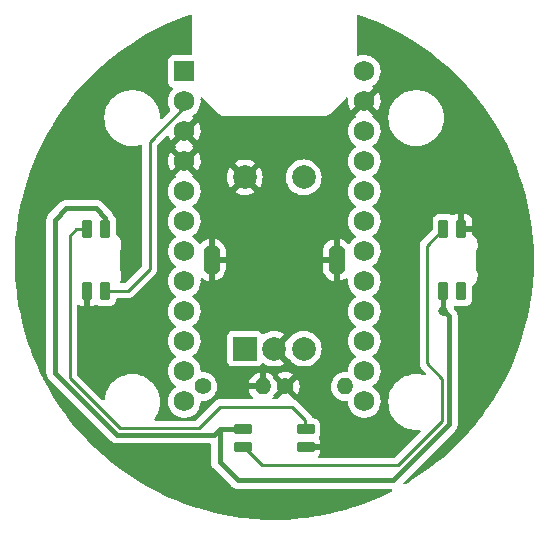
<source format=gbl>
%TF.GenerationSoftware,KiCad,Pcbnew,(6.0.4)*%
%TF.CreationDate,2022-04-07T13:26:34+02:00*%
%TF.ProjectId,Little Big Scroll 1,4c697474-6c65-4204-9269-67205363726f,v1.0*%
%TF.SameCoordinates,Original*%
%TF.FileFunction,Copper,L2,Bot*%
%TF.FilePolarity,Positive*%
%FSLAX46Y46*%
G04 Gerber Fmt 4.6, Leading zero omitted, Abs format (unit mm)*
G04 Created by KiCad (PCBNEW (6.0.4)) date 2022-04-07 13:26:34*
%MOMM*%
%LPD*%
G01*
G04 APERTURE LIST*
G04 Aperture macros list*
%AMRoundRect*
0 Rectangle with rounded corners*
0 $1 Rounding radius*
0 $2 $3 $4 $5 $6 $7 $8 $9 X,Y pos of 4 corners*
0 Add a 4 corners polygon primitive as box body*
4,1,4,$2,$3,$4,$5,$6,$7,$8,$9,$2,$3,0*
0 Add four circle primitives for the rounded corners*
1,1,$1+$1,$2,$3*
1,1,$1+$1,$4,$5*
1,1,$1+$1,$6,$7*
1,1,$1+$1,$8,$9*
0 Add four rect primitives between the rounded corners*
20,1,$1+$1,$2,$3,$4,$5,0*
20,1,$1+$1,$4,$5,$6,$7,0*
20,1,$1+$1,$6,$7,$8,$9,0*
20,1,$1+$1,$8,$9,$2,$3,0*%
G04 Aperture macros list end*
%TA.AperFunction,ComponentPad*%
%ADD10C,1.752600*%
%TD*%
%TA.AperFunction,ComponentPad*%
%ADD11R,1.752600X1.752600*%
%TD*%
%TA.AperFunction,SMDPad,CuDef*%
%ADD12RoundRect,0.082000X-0.328000X-0.668000X0.328000X-0.668000X0.328000X0.668000X-0.328000X0.668000X0*%
%TD*%
%TA.AperFunction,SMDPad,CuDef*%
%ADD13RoundRect,0.082000X-0.668000X0.328000X-0.668000X-0.328000X0.668000X-0.328000X0.668000X0.328000X0*%
%TD*%
%TA.AperFunction,SMDPad,CuDef*%
%ADD14RoundRect,0.082000X0.328000X0.668000X-0.328000X0.668000X-0.328000X-0.668000X0.328000X-0.668000X0*%
%TD*%
%TA.AperFunction,ComponentPad*%
%ADD15C,2.000000*%
%TD*%
%TA.AperFunction,ComponentPad*%
%ADD16O,1.400000X2.600000*%
%TD*%
%TA.AperFunction,ComponentPad*%
%ADD17R,2.000000X2.000000*%
%TD*%
%TA.AperFunction,ComponentPad*%
%ADD18O,1.400000X1.400000*%
%TD*%
%TA.AperFunction,ComponentPad*%
%ADD19C,1.400000*%
%TD*%
%TA.AperFunction,ViaPad*%
%ADD20C,0.800000*%
%TD*%
%TA.AperFunction,Conductor*%
%ADD21C,0.450000*%
%TD*%
%TA.AperFunction,Conductor*%
%ADD22C,0.250000*%
%TD*%
G04 APERTURE END LIST*
D10*
X62738000Y-44736000D03*
X62738000Y-47276000D03*
X62738000Y-49816000D03*
X62738000Y-52356000D03*
X62738000Y-54896000D03*
X62738000Y-57436000D03*
X62738000Y-59976000D03*
X62738000Y-62516000D03*
X62738000Y-65056000D03*
X62738000Y-67596000D03*
X62738000Y-70136000D03*
X62738000Y-72676000D03*
X47498000Y-72676000D03*
X47498000Y-70136000D03*
X47498000Y-67596000D03*
X47498000Y-65056000D03*
X47498000Y-62516000D03*
X47498000Y-59976000D03*
X47498000Y-57436000D03*
X47498000Y-54896000D03*
X47498000Y-52356000D03*
X47498000Y-49816000D03*
X47498000Y-47276000D03*
D11*
X47498000Y-44736000D03*
D12*
X69447999Y-58056000D03*
X70947999Y-58056000D03*
X70947999Y-63356000D03*
X69447999Y-63356000D03*
D13*
X52468000Y-75035999D03*
X52468000Y-76535999D03*
X57768000Y-76535999D03*
X57768000Y-75035999D03*
D14*
X40788001Y-63356000D03*
X39288001Y-63356000D03*
X39288001Y-58056000D03*
X40788001Y-58056000D03*
D15*
X52618000Y-53706000D03*
X57618000Y-53706000D03*
D16*
X60418000Y-60706000D03*
X49818000Y-60706000D03*
D15*
X55118000Y-68206000D03*
X57618000Y-68206000D03*
D17*
X52618000Y-68206000D03*
D18*
X61130000Y-71410000D03*
D19*
X56050000Y-71410000D03*
D18*
X54150000Y-71410000D03*
D19*
X49070000Y-71410000D03*
D20*
X39870000Y-53880000D03*
X59370000Y-50160000D03*
X68850000Y-54760000D03*
X69430000Y-64980000D03*
D21*
X62738000Y-47276000D02*
X59854000Y-50160000D01*
X59854000Y-50160000D02*
X59370000Y-50160000D01*
X36570000Y-57300000D02*
X36570000Y-70257125D01*
X52030000Y-79350000D02*
X65177125Y-79350000D01*
X69447999Y-64962001D02*
X69430000Y-64980000D01*
X41813722Y-75500847D02*
X50019153Y-75500847D01*
X69912846Y-65462846D02*
X69430000Y-64980000D01*
X40788001Y-58106000D02*
X40788001Y-57118001D01*
X37530000Y-56340000D02*
X36570000Y-57300000D01*
X36570000Y-70257125D02*
X41813722Y-75500847D01*
X50500000Y-77820000D02*
X52030000Y-79350000D01*
X52518000Y-75035999D02*
X50515999Y-75035999D01*
X40010000Y-56340000D02*
X37530000Y-56340000D01*
X50515999Y-75035999D02*
X50500000Y-75020000D01*
X69447999Y-63306000D02*
X69447999Y-64962001D01*
X40788001Y-57118001D02*
X40010000Y-56340000D01*
X69912846Y-74614279D02*
X69912846Y-65462846D01*
X65177125Y-79350000D02*
X69912846Y-74614279D01*
X50500000Y-75020000D02*
X50500000Y-77820000D01*
X50019153Y-75500847D02*
X50500000Y-75020000D01*
D22*
X48718664Y-74951336D02*
X50540000Y-73130000D01*
X38374000Y-58106000D02*
X37799511Y-58680489D01*
X37799511Y-58680489D02*
X37799511Y-70709511D01*
X50540000Y-73130000D02*
X56630000Y-73130000D01*
X42041336Y-74951336D02*
X48718664Y-74951336D01*
X39288001Y-58106000D02*
X38374000Y-58106000D01*
X56630000Y-73130000D02*
X57718000Y-74218000D01*
X57718000Y-74218000D02*
X57718000Y-75035999D01*
X37799511Y-70709511D02*
X42041336Y-74951336D01*
X44580000Y-61450000D02*
X44580000Y-50690000D01*
X44580000Y-50690000D02*
X47498000Y-47772000D01*
X42724000Y-63306000D02*
X44580000Y-61450000D01*
X40788001Y-63306000D02*
X42724000Y-63306000D01*
X47498000Y-47772000D02*
X47498000Y-47276000D01*
X69363336Y-74316664D02*
X69363336Y-70763336D01*
X68060243Y-59493756D02*
X69447999Y-58106000D01*
X68060243Y-69460243D02*
X68060243Y-59493756D01*
X69363336Y-70763336D02*
X68060243Y-69460243D01*
X65580000Y-78100000D02*
X69363336Y-74316664D01*
X54082001Y-78100000D02*
X65580000Y-78100000D01*
X52518000Y-76535999D02*
X54082001Y-78100000D01*
%TA.AperFunction,Conductor*%
G36*
X48117482Y-39951992D02*
G01*
X48149436Y-40015391D01*
X48151500Y-40038105D01*
X48151500Y-43225200D01*
X48131498Y-43293321D01*
X48077842Y-43339814D01*
X48025500Y-43351200D01*
X46573566Y-43351200D01*
X46511384Y-43357955D01*
X46374995Y-43409085D01*
X46258439Y-43496439D01*
X46171085Y-43612995D01*
X46119955Y-43749384D01*
X46113200Y-43811566D01*
X46113200Y-45660434D01*
X46119955Y-45722616D01*
X46171085Y-45859005D01*
X46258439Y-45975561D01*
X46374995Y-46062915D01*
X46383403Y-46066067D01*
X46466226Y-46097116D01*
X46522990Y-46139758D01*
X46547690Y-46206319D01*
X46532483Y-46275668D01*
X46513090Y-46302149D01*
X46489515Y-46326819D01*
X46418120Y-46401530D01*
X46289797Y-46589645D01*
X46193921Y-46796192D01*
X46192539Y-46801174D01*
X46192539Y-46801175D01*
X46185045Y-46828197D01*
X46133067Y-47015625D01*
X46108869Y-47242050D01*
X46109166Y-47247202D01*
X46109166Y-47247206D01*
X46111379Y-47285580D01*
X46121977Y-47469387D01*
X46123112Y-47474424D01*
X46123113Y-47474430D01*
X46162234Y-47648022D01*
X46172039Y-47691531D01*
X46173983Y-47696317D01*
X46173984Y-47696322D01*
X46255675Y-47897502D01*
X46257711Y-47902515D01*
X46260411Y-47906921D01*
X46260413Y-47906925D01*
X46287073Y-47950431D01*
X46305611Y-48018964D01*
X46284154Y-48086641D01*
X46268735Y-48105360D01*
X45671418Y-48702677D01*
X45609106Y-48736703D01*
X45538291Y-48731638D01*
X45481455Y-48689091D01*
X45456593Y-48621823D01*
X45440795Y-48380793D01*
X45440794Y-48380789D01*
X45440525Y-48376678D01*
X45438521Y-48366600D01*
X45425135Y-48299308D01*
X45380210Y-48073450D01*
X45370930Y-48046110D01*
X45282160Y-47784604D01*
X45280831Y-47780689D01*
X45279007Y-47776991D01*
X45279005Y-47776985D01*
X45145915Y-47507108D01*
X45144089Y-47503405D01*
X45141795Y-47499972D01*
X45141794Y-47499970D01*
X44974617Y-47249771D01*
X44974613Y-47249766D01*
X44972324Y-47246340D01*
X44969610Y-47243246D01*
X44969606Y-47243240D01*
X44771184Y-47016984D01*
X44768475Y-47013895D01*
X44745497Y-46993744D01*
X44539130Y-46812764D01*
X44539124Y-46812760D01*
X44536030Y-46810046D01*
X44532604Y-46807757D01*
X44532599Y-46807753D01*
X44282400Y-46640576D01*
X44282398Y-46640575D01*
X44278965Y-46638281D01*
X44189848Y-46594333D01*
X44005385Y-46503365D01*
X44005377Y-46503362D01*
X44001681Y-46501539D01*
X43994128Y-46498975D01*
X43712827Y-46403486D01*
X43712824Y-46403485D01*
X43708920Y-46402160D01*
X43482224Y-46357068D01*
X43409735Y-46342649D01*
X43409732Y-46342649D01*
X43405692Y-46341845D01*
X43401581Y-46341576D01*
X43401577Y-46341575D01*
X43176448Y-46326819D01*
X43176439Y-46326819D01*
X43174399Y-46326685D01*
X43019971Y-46326685D01*
X43017931Y-46326819D01*
X43017922Y-46326819D01*
X42792793Y-46341575D01*
X42792789Y-46341576D01*
X42788678Y-46341845D01*
X42784638Y-46342649D01*
X42784635Y-46342649D01*
X42712146Y-46357068D01*
X42485450Y-46402160D01*
X42481546Y-46403485D01*
X42481543Y-46403486D01*
X42200242Y-46498975D01*
X42192689Y-46501539D01*
X42188993Y-46503362D01*
X42188985Y-46503365D01*
X42004522Y-46594333D01*
X41915405Y-46638281D01*
X41911972Y-46640575D01*
X41911970Y-46640576D01*
X41661771Y-46807753D01*
X41661766Y-46807757D01*
X41658340Y-46810046D01*
X41655246Y-46812760D01*
X41655240Y-46812764D01*
X41448873Y-46993744D01*
X41425895Y-47013895D01*
X41423186Y-47016984D01*
X41224764Y-47243240D01*
X41224760Y-47243246D01*
X41222046Y-47246340D01*
X41219757Y-47249766D01*
X41219753Y-47249771D01*
X41090306Y-47443503D01*
X41050281Y-47503404D01*
X40913539Y-47780689D01*
X40912214Y-47784594D01*
X40912213Y-47784595D01*
X40823441Y-48046110D01*
X40814160Y-48073450D01*
X40769235Y-48299308D01*
X40755850Y-48366600D01*
X40753845Y-48376678D01*
X40753576Y-48380789D01*
X40753575Y-48380793D01*
X40741190Y-48569745D01*
X40733624Y-48685185D01*
X40753845Y-48993692D01*
X40814160Y-49296920D01*
X40815485Y-49300824D01*
X40815486Y-49300827D01*
X40903722Y-49560762D01*
X40913539Y-49589681D01*
X40915362Y-49593377D01*
X40915365Y-49593385D01*
X41023494Y-49812646D01*
X41050281Y-49866965D01*
X41052575Y-49870398D01*
X41052576Y-49870400D01*
X41212435Y-50109646D01*
X41222046Y-50124030D01*
X41224760Y-50127124D01*
X41224764Y-50127130D01*
X41396165Y-50322575D01*
X41425895Y-50356475D01*
X41428984Y-50359184D01*
X41655240Y-50557606D01*
X41655246Y-50557610D01*
X41658340Y-50560324D01*
X41661766Y-50562613D01*
X41661771Y-50562617D01*
X41911970Y-50729794D01*
X41915405Y-50732089D01*
X41919108Y-50733915D01*
X42188985Y-50867005D01*
X42188993Y-50867008D01*
X42192689Y-50868831D01*
X42196604Y-50870160D01*
X42481543Y-50966884D01*
X42481546Y-50966885D01*
X42485450Y-50968210D01*
X42712146Y-51013302D01*
X42784635Y-51027721D01*
X42784638Y-51027721D01*
X42788678Y-51028525D01*
X42792789Y-51028794D01*
X42792793Y-51028795D01*
X43017922Y-51043551D01*
X43017931Y-51043551D01*
X43019971Y-51043685D01*
X43174399Y-51043685D01*
X43176439Y-51043551D01*
X43176448Y-51043551D01*
X43401577Y-51028795D01*
X43401581Y-51028794D01*
X43405692Y-51028525D01*
X43409732Y-51027721D01*
X43409735Y-51027721D01*
X43704870Y-50969016D01*
X43704876Y-50969014D01*
X43708920Y-50968210D01*
X43712826Y-50966884D01*
X43712830Y-50966883D01*
X43779998Y-50944082D01*
X43850933Y-50941126D01*
X43912206Y-50976989D01*
X43944363Y-51040285D01*
X43946500Y-51063395D01*
X43946500Y-61135405D01*
X43926498Y-61203526D01*
X43909595Y-61224500D01*
X42498500Y-62635595D01*
X42436188Y-62669621D01*
X42409405Y-62672500D01*
X42171823Y-62672500D01*
X42103702Y-62652498D01*
X42057209Y-62598842D01*
X42047105Y-62528568D01*
X42059615Y-62489182D01*
X42114485Y-62381766D01*
X42167160Y-62205402D01*
X42185001Y-62041175D01*
X42186420Y-62028116D01*
X42186420Y-62028113D01*
X42187039Y-62022416D01*
X42177785Y-61897270D01*
X42173888Y-61844571D01*
X42173887Y-61844567D01*
X42173465Y-61838854D01*
X42126887Y-61660782D01*
X42124453Y-61655582D01*
X42068919Y-61536966D01*
X42068082Y-61535179D01*
X42064370Y-61526398D01*
X42056041Y-61504415D01*
X42057035Y-61504038D01*
X42046500Y-61456865D01*
X42046500Y-59960894D01*
X42047998Y-59941523D01*
X42050337Y-59926490D01*
X42060724Y-59892441D01*
X42126849Y-59751203D01*
X42173425Y-59573138D01*
X42177099Y-59523461D01*
X42182258Y-59453691D01*
X42186998Y-59389584D01*
X42179226Y-59318037D01*
X42167740Y-59212314D01*
X42167740Y-59212313D01*
X42167120Y-59206606D01*
X42165477Y-59201103D01*
X42121193Y-59052835D01*
X42114447Y-59030248D01*
X42059402Y-58922491D01*
X42033327Y-58871445D01*
X42033326Y-58871443D01*
X42030719Y-58866340D01*
X41918704Y-58720295D01*
X41782102Y-58596941D01*
X41766379Y-58587248D01*
X41718889Y-58534473D01*
X41706501Y-58479992D01*
X41706500Y-57353423D01*
X41706500Y-57349300D01*
X41699464Y-57295845D01*
X41692380Y-57242036D01*
X41692379Y-57242034D01*
X41691302Y-57233849D01*
X41631801Y-57090202D01*
X41537150Y-56966851D01*
X41530600Y-56961825D01*
X41524758Y-56955983D01*
X41526403Y-56954338D01*
X41491805Y-56907112D01*
X41489664Y-56901214D01*
X41482614Y-56881791D01*
X41481211Y-56877706D01*
X41459466Y-56810581D01*
X41455666Y-56804318D01*
X41453323Y-56799202D01*
X41450825Y-56794213D01*
X41448328Y-56787334D01*
X41418602Y-56741993D01*
X41409662Y-56728358D01*
X41407316Y-56724640D01*
X41373648Y-56669158D01*
X41370734Y-56664356D01*
X41363572Y-56656246D01*
X41363589Y-56656231D01*
X41360656Y-56652922D01*
X41358559Y-56650414D01*
X41354547Y-56644295D01*
X41300261Y-56592869D01*
X41297819Y-56590493D01*
X40574745Y-55867420D01*
X40562358Y-55853006D01*
X40554441Y-55842248D01*
X40550100Y-55836349D01*
X40511280Y-55803369D01*
X40503764Y-55796439D01*
X40498380Y-55791055D01*
X40495519Y-55788792D01*
X40495514Y-55788787D01*
X40476909Y-55774068D01*
X40473507Y-55771279D01*
X40425328Y-55730347D01*
X40425324Y-55730344D01*
X40419749Y-55725608D01*
X40413228Y-55722279D01*
X40408549Y-55719158D01*
X40403795Y-55716222D01*
X40398057Y-55711682D01*
X40334147Y-55681811D01*
X40330239Y-55679901D01*
X40267418Y-55647824D01*
X40260306Y-55646084D01*
X40255020Y-55644118D01*
X40249735Y-55642360D01*
X40243105Y-55639261D01*
X40174032Y-55624894D01*
X40169748Y-55623924D01*
X40101279Y-55607170D01*
X40095677Y-55606822D01*
X40095674Y-55606822D01*
X40090480Y-55606500D01*
X40090481Y-55606476D01*
X40086066Y-55606212D01*
X40082816Y-55605922D01*
X40075648Y-55604431D01*
X40014516Y-55606085D01*
X40000877Y-55606454D01*
X39997469Y-55606500D01*
X37595166Y-55606500D01*
X37576216Y-55605067D01*
X37563007Y-55603057D01*
X37563003Y-55603057D01*
X37555773Y-55601957D01*
X37548481Y-55602550D01*
X37548478Y-55602550D01*
X37505021Y-55606085D01*
X37494806Y-55606500D01*
X37487174Y-55606500D01*
X37483555Y-55606922D01*
X37483536Y-55606923D01*
X37459931Y-55609675D01*
X37455565Y-55610107D01*
X37436364Y-55611669D01*
X37392596Y-55615229D01*
X37392594Y-55615229D01*
X37385296Y-55615823D01*
X37378327Y-55618081D01*
X37372807Y-55619184D01*
X37367382Y-55620466D01*
X37360110Y-55621314D01*
X37293790Y-55645387D01*
X37289644Y-55646810D01*
X37229542Y-55666280D01*
X37229538Y-55666282D01*
X37222580Y-55668536D01*
X37216328Y-55672330D01*
X37211212Y-55674672D01*
X37206211Y-55677176D01*
X37199333Y-55679673D01*
X37193216Y-55683683D01*
X37193211Y-55683686D01*
X37140346Y-55718347D01*
X37136624Y-55720695D01*
X37076355Y-55757267D01*
X37068245Y-55764429D01*
X37068230Y-55764412D01*
X37064921Y-55767345D01*
X37062413Y-55769442D01*
X37056294Y-55773454D01*
X37051261Y-55778767D01*
X37004869Y-55827739D01*
X37002493Y-55830181D01*
X36097420Y-56735255D01*
X36083007Y-56747641D01*
X36066349Y-56759900D01*
X36061606Y-56765483D01*
X36033369Y-56798720D01*
X36026439Y-56806236D01*
X36021055Y-56811620D01*
X36018792Y-56814481D01*
X36018787Y-56814486D01*
X36004068Y-56833091D01*
X36001279Y-56836493D01*
X35960347Y-56884672D01*
X35960344Y-56884676D01*
X35955608Y-56890251D01*
X35952279Y-56896772D01*
X35949158Y-56901451D01*
X35946222Y-56906205D01*
X35941682Y-56911943D01*
X35938585Y-56918570D01*
X35938584Y-56918571D01*
X35911811Y-56975854D01*
X35909901Y-56979761D01*
X35877824Y-57042582D01*
X35876084Y-57049694D01*
X35874118Y-57054980D01*
X35872360Y-57060265D01*
X35869261Y-57066895D01*
X35862826Y-57097832D01*
X35854895Y-57135963D01*
X35853925Y-57140247D01*
X35837170Y-57208721D01*
X35836822Y-57214323D01*
X35836822Y-57214326D01*
X35836500Y-57219519D01*
X35836500Y-57219520D01*
X35836476Y-57219519D01*
X35836212Y-57223934D01*
X35835922Y-57227184D01*
X35834431Y-57234352D01*
X35834629Y-57241669D01*
X35836454Y-57309123D01*
X35836500Y-57312531D01*
X35836500Y-70191959D01*
X35835067Y-70210909D01*
X35834395Y-70215329D01*
X35831957Y-70231352D01*
X35832550Y-70238644D01*
X35832550Y-70238647D01*
X35836085Y-70282104D01*
X35836500Y-70292319D01*
X35836500Y-70299951D01*
X35836922Y-70303570D01*
X35836923Y-70303589D01*
X35839675Y-70327194D01*
X35840107Y-70331560D01*
X35845823Y-70401829D01*
X35848081Y-70408798D01*
X35849184Y-70414318D01*
X35850466Y-70419743D01*
X35851314Y-70427015D01*
X35872355Y-70484981D01*
X35875382Y-70493321D01*
X35876810Y-70497481D01*
X35896280Y-70557583D01*
X35896282Y-70557587D01*
X35898536Y-70564545D01*
X35902330Y-70570797D01*
X35904672Y-70575913D01*
X35907176Y-70580914D01*
X35909673Y-70587792D01*
X35913683Y-70593909D01*
X35913686Y-70593914D01*
X35948347Y-70646779D01*
X35950695Y-70650501D01*
X35953241Y-70654696D01*
X35987267Y-70710770D01*
X35990979Y-70714973D01*
X35994429Y-70718880D01*
X35994412Y-70718895D01*
X35997346Y-70722205D01*
X35999442Y-70724712D01*
X36003454Y-70730831D01*
X36008766Y-70735863D01*
X36057776Y-70782291D01*
X36060218Y-70784669D01*
X41248977Y-75973428D01*
X41261363Y-75987840D01*
X41273622Y-76004498D01*
X41279205Y-76009241D01*
X41312435Y-76037472D01*
X41319951Y-76044402D01*
X41325342Y-76049793D01*
X41346846Y-76066806D01*
X41350232Y-76069583D01*
X41398389Y-76110496D01*
X41398394Y-76110500D01*
X41403973Y-76115239D01*
X41410495Y-76118569D01*
X41415173Y-76121689D01*
X41419927Y-76124625D01*
X41425665Y-76129165D01*
X41432292Y-76132262D01*
X41432293Y-76132263D01*
X41489576Y-76159036D01*
X41493483Y-76160946D01*
X41556304Y-76193023D01*
X41563416Y-76194763D01*
X41568702Y-76196729D01*
X41573987Y-76198487D01*
X41580617Y-76201586D01*
X41649685Y-76215952D01*
X41653969Y-76216922D01*
X41722443Y-76233677D01*
X41728045Y-76234025D01*
X41728048Y-76234025D01*
X41733242Y-76234347D01*
X41733241Y-76234371D01*
X41737657Y-76234635D01*
X41740906Y-76234925D01*
X41748074Y-76236416D01*
X41822862Y-76234393D01*
X41826268Y-76234347D01*
X49640500Y-76234347D01*
X49708621Y-76254349D01*
X49755114Y-76308005D01*
X49766500Y-76360347D01*
X49766500Y-77754834D01*
X49765067Y-77773783D01*
X49761957Y-77794227D01*
X49762550Y-77801519D01*
X49762550Y-77801522D01*
X49766085Y-77844979D01*
X49766500Y-77855194D01*
X49766500Y-77862826D01*
X49766922Y-77866445D01*
X49766923Y-77866464D01*
X49769675Y-77890069D01*
X49770107Y-77894435D01*
X49775823Y-77964704D01*
X49778081Y-77971673D01*
X49779184Y-77977193D01*
X49780466Y-77982618D01*
X49781314Y-77989890D01*
X49783811Y-77996769D01*
X49805382Y-78056196D01*
X49806810Y-78060356D01*
X49826280Y-78120458D01*
X49826282Y-78120462D01*
X49828536Y-78127420D01*
X49832330Y-78133672D01*
X49834672Y-78138788D01*
X49837176Y-78143789D01*
X49839673Y-78150667D01*
X49843683Y-78156784D01*
X49843686Y-78156789D01*
X49878347Y-78209654D01*
X49880695Y-78213376D01*
X49917267Y-78273645D01*
X49920979Y-78277848D01*
X49924429Y-78281755D01*
X49924412Y-78281770D01*
X49927346Y-78285080D01*
X49929442Y-78287587D01*
X49933454Y-78293706D01*
X49938766Y-78298738D01*
X49987776Y-78345166D01*
X49990218Y-78347544D01*
X51465255Y-79822581D01*
X51477641Y-79836993D01*
X51489900Y-79853651D01*
X51495483Y-79858394D01*
X51528713Y-79886625D01*
X51536229Y-79893555D01*
X51541620Y-79898946D01*
X51563124Y-79915959D01*
X51566510Y-79918736D01*
X51614667Y-79959649D01*
X51614672Y-79959653D01*
X51620251Y-79964392D01*
X51626773Y-79967722D01*
X51631451Y-79970842D01*
X51636205Y-79973778D01*
X51641943Y-79978318D01*
X51648570Y-79981415D01*
X51648571Y-79981416D01*
X51705854Y-80008189D01*
X51709761Y-80010099D01*
X51772582Y-80042176D01*
X51779694Y-80043916D01*
X51784980Y-80045882D01*
X51790265Y-80047640D01*
X51796895Y-80050739D01*
X51865963Y-80065105D01*
X51870247Y-80066075D01*
X51938721Y-80082830D01*
X51944323Y-80083178D01*
X51944326Y-80083178D01*
X51949520Y-80083500D01*
X51949519Y-80083524D01*
X51953935Y-80083788D01*
X51957184Y-80084078D01*
X51964352Y-80085569D01*
X52039140Y-80083546D01*
X52042546Y-80083500D01*
X65004836Y-80083500D01*
X65072957Y-80103502D01*
X65119450Y-80157158D01*
X65129554Y-80227432D01*
X65100060Y-80292012D01*
X65063826Y-80320838D01*
X65002165Y-80353508D01*
X64997396Y-80355907D01*
X64161345Y-80754476D01*
X64156479Y-80756670D01*
X63304338Y-81119451D01*
X63299384Y-81121438D01*
X62432596Y-81447817D01*
X62427561Y-81449591D01*
X61547725Y-81738965D01*
X61542627Y-81740523D01*
X61223063Y-81830819D01*
X60651376Y-81992356D01*
X60646210Y-81993699D01*
X60280050Y-82080598D01*
X59745015Y-82207574D01*
X59739835Y-82208688D01*
X58830396Y-82384199D01*
X58825176Y-82385091D01*
X58149234Y-82486058D01*
X57909155Y-82521919D01*
X57903860Y-82522596D01*
X57293078Y-82587525D01*
X56982864Y-82620502D01*
X56977554Y-82620954D01*
X56053209Y-82679765D01*
X56047916Y-82679989D01*
X55584911Y-82689792D01*
X55121927Y-82699594D01*
X55116589Y-82699594D01*
X54578018Y-82688175D01*
X54190604Y-82679961D01*
X54185301Y-82679737D01*
X53765017Y-82652984D01*
X53260970Y-82620899D01*
X53255651Y-82620447D01*
X52766241Y-82568406D01*
X52334646Y-82522513D01*
X52329381Y-82521840D01*
X51413337Y-82384980D01*
X51408095Y-82384083D01*
X50987086Y-82302820D01*
X50498709Y-82208554D01*
X50493491Y-82207432D01*
X50042912Y-82100485D01*
X49592322Y-81993535D01*
X49587177Y-81992198D01*
X48695895Y-81740328D01*
X48690805Y-81738772D01*
X48199843Y-81577281D01*
X47810984Y-81449374D01*
X47805950Y-81447599D01*
X47465569Y-81319421D01*
X46939196Y-81121203D01*
X46934265Y-81119227D01*
X46082074Y-80756395D01*
X46077208Y-80754200D01*
X45241800Y-80355907D01*
X45241170Y-80355606D01*
X45236411Y-80353212D01*
X45120911Y-80292012D01*
X44418036Y-79919582D01*
X44413379Y-79916987D01*
X44412626Y-79916546D01*
X43614054Y-79449053D01*
X43609549Y-79446286D01*
X42830749Y-78944907D01*
X42826365Y-78941951D01*
X42069520Y-78408049D01*
X42065229Y-78404884D01*
X41990847Y-78347544D01*
X41403076Y-77894444D01*
X41331704Y-77839425D01*
X41327546Y-77836077D01*
X40618624Y-77240052D01*
X40614612Y-77236531D01*
X40245527Y-76898529D01*
X39931566Y-76611009D01*
X39927709Y-76607322D01*
X39271801Y-75953459D01*
X39268101Y-75949612D01*
X38640428Y-75268501D01*
X38636895Y-75264499D01*
X38038679Y-74557468D01*
X38035318Y-74553321D01*
X37614859Y-74011403D01*
X37467556Y-73821548D01*
X37464379Y-73817268D01*
X37462235Y-73814249D01*
X36928135Y-73062122D01*
X36925147Y-73057719D01*
X36421358Y-72280519D01*
X36418550Y-72275980D01*
X35948139Y-71478151D01*
X35945526Y-71473496D01*
X35568303Y-70766919D01*
X35509340Y-70656476D01*
X35506926Y-70651715D01*
X35407634Y-70445116D01*
X35105724Y-69816926D01*
X35103518Y-69812077D01*
X35099891Y-69803630D01*
X34804817Y-69116548D01*
X34738036Y-68961047D01*
X34736034Y-68956098D01*
X34538997Y-68437777D01*
X34406928Y-68090358D01*
X34405142Y-68085344D01*
X34368207Y-67974223D01*
X34113001Y-67206439D01*
X34111425Y-67201339D01*
X33856777Y-66310866D01*
X33855418Y-66305704D01*
X33638707Y-65405207D01*
X33637569Y-65399992D01*
X33459203Y-64491169D01*
X33458286Y-64485910D01*
X33318569Y-63570320D01*
X33317876Y-63565027D01*
X33217069Y-62644370D01*
X33216600Y-62639053D01*
X33199757Y-62386873D01*
X33154876Y-61714916D01*
X33154633Y-61709589D01*
X33154036Y-61685060D01*
X33132107Y-60783639D01*
X33132091Y-60778324D01*
X33133580Y-60695869D01*
X33143081Y-60169387D01*
X33148804Y-59852322D01*
X33149013Y-59846988D01*
X33204935Y-58922491D01*
X33205370Y-58917171D01*
X33300398Y-57995878D01*
X33301058Y-57990581D01*
X33435024Y-57074135D01*
X33435908Y-57068871D01*
X33514204Y-56656246D01*
X33608573Y-56158913D01*
X33609669Y-56153738D01*
X33734769Y-55619184D01*
X33820724Y-55251897D01*
X33822050Y-55246727D01*
X34071106Y-54354663D01*
X34072650Y-54349553D01*
X34359267Y-53468838D01*
X34361026Y-53463798D01*
X34378358Y-53417330D01*
X34525121Y-53023837D01*
X34684690Y-52596012D01*
X34686661Y-52591051D01*
X35046787Y-51737761D01*
X35048966Y-51732888D01*
X35444921Y-50895596D01*
X35447305Y-50890820D01*
X35878359Y-50071070D01*
X35880943Y-50066399D01*
X36028420Y-49812647D01*
X36346345Y-49265619D01*
X36349121Y-49261068D01*
X36410961Y-49164343D01*
X36848001Y-48480754D01*
X36850971Y-48476318D01*
X37335668Y-47784604D01*
X37382466Y-47717819D01*
X37385620Y-47713514D01*
X37948775Y-46978195D01*
X37952110Y-46974027D01*
X38545888Y-46263239D01*
X38549396Y-46259216D01*
X39172750Y-45574215D01*
X39176425Y-45570344D01*
X39828251Y-44912341D01*
X39832088Y-44908629D01*
X40511179Y-44278846D01*
X40515169Y-44275300D01*
X41220322Y-43674847D01*
X41224458Y-43671473D01*
X41954428Y-43101415D01*
X41958704Y-43098219D01*
X42712153Y-42559599D01*
X42716560Y-42556587D01*
X43119445Y-42293624D01*
X43492183Y-42050338D01*
X43496680Y-42047538D01*
X44293037Y-41574604D01*
X44297679Y-41571979D01*
X45113352Y-41133201D01*
X45118039Y-41130806D01*
X45951624Y-40726941D01*
X45956434Y-40724736D01*
X46806318Y-40356568D01*
X46811259Y-40354551D01*
X47675969Y-40022712D01*
X47680931Y-40020927D01*
X47985381Y-39918663D01*
X48056324Y-39915933D01*
X48117482Y-39951992D01*
G37*
%TD.AperFunction*%
%TA.AperFunction,Conductor*%
G36*
X62254442Y-39918889D02*
G01*
X62558820Y-40021139D01*
X62563839Y-40022945D01*
X62798496Y-40113004D01*
X63428524Y-40354804D01*
X63433466Y-40356822D01*
X63776289Y-40505344D01*
X64283326Y-40725009D01*
X64288146Y-40727220D01*
X64778443Y-40964782D01*
X65121659Y-41131080D01*
X65126412Y-41133509D01*
X65942059Y-41572304D01*
X65946692Y-41574924D01*
X66743040Y-42047883D01*
X66747549Y-42050693D01*
X67523140Y-42556954D01*
X67527547Y-42559965D01*
X67808485Y-42760812D01*
X68280438Y-43098219D01*
X68280979Y-43098606D01*
X68285249Y-43101798D01*
X69015222Y-43671895D01*
X69019330Y-43675246D01*
X69723975Y-44275300D01*
X69724481Y-44275731D01*
X69728471Y-44279277D01*
X70407555Y-44909092D01*
X70411391Y-44912804D01*
X71063174Y-45570802D01*
X71066849Y-45574672D01*
X71431638Y-45975561D01*
X71690204Y-46259716D01*
X71693711Y-46263739D01*
X72287038Y-46974027D01*
X72287472Y-46974547D01*
X72290796Y-46978703D01*
X72853526Y-47713514D01*
X72853927Y-47714037D01*
X72857077Y-47718336D01*
X73067720Y-48018964D01*
X73388554Y-48476857D01*
X73391524Y-48481293D01*
X73890380Y-49261622D01*
X73893160Y-49266179D01*
X74252135Y-49883879D01*
X74358535Y-50066966D01*
X74361116Y-50071631D01*
X74422314Y-50188022D01*
X74792158Y-50891419D01*
X74794541Y-50896195D01*
X75190462Y-51733479D01*
X75192641Y-51738352D01*
X75266432Y-51913208D01*
X75537035Y-52554430D01*
X75552743Y-52591653D01*
X75554714Y-52596615D01*
X75878352Y-53464412D01*
X75880109Y-53469446D01*
X75966886Y-53736118D01*
X76166702Y-54350173D01*
X76168246Y-54355283D01*
X76208991Y-54501239D01*
X76404176Y-55200428D01*
X76417277Y-55247360D01*
X76418601Y-55252525D01*
X76629476Y-56153714D01*
X76629623Y-56154344D01*
X76630726Y-56159552D01*
X76704835Y-56550174D01*
X76803364Y-57069514D01*
X76804248Y-57074779D01*
X76873864Y-57551110D01*
X76938093Y-57990581D01*
X76938190Y-57991248D01*
X76938849Y-57996542D01*
X76954108Y-58144525D01*
X77033848Y-58917818D01*
X77034283Y-58923138D01*
X77085989Y-59778368D01*
X77090175Y-59847612D01*
X77090385Y-59852934D01*
X77100935Y-60438452D01*
X77107071Y-60778997D01*
X77107054Y-60784332D01*
X77100510Y-61052990D01*
X77084501Y-61710238D01*
X77084258Y-61715571D01*
X77022507Y-62639699D01*
X77022038Y-62645016D01*
X76921204Y-63565670D01*
X76920512Y-63570958D01*
X76869627Y-63904351D01*
X76780767Y-64486549D01*
X76779850Y-64491808D01*
X76755872Y-64613962D01*
X76601582Y-65399992D01*
X76601453Y-65400648D01*
X76600317Y-65405849D01*
X76503612Y-65807633D01*
X76383581Y-66306331D01*
X76382222Y-66311493D01*
X76127547Y-67201960D01*
X76125971Y-67207060D01*
X75995559Y-67599365D01*
X75870947Y-67974223D01*
X75833804Y-68085955D01*
X75832017Y-68090971D01*
X75749877Y-68307030D01*
X75502884Y-68956708D01*
X75500882Y-68961656D01*
X75135377Y-69812668D01*
X75133167Y-69817527D01*
X74731945Y-70652294D01*
X74729531Y-70657055D01*
X74293311Y-71474079D01*
X74290697Y-71478734D01*
X73820273Y-72276532D01*
X73817465Y-72281072D01*
X73705233Y-72454202D01*
X73331188Y-73031207D01*
X73313653Y-73058256D01*
X73310664Y-73062659D01*
X72999671Y-73500577D01*
X72774399Y-73817788D01*
X72771217Y-73822074D01*
X72762385Y-73833457D01*
X72398786Y-74302062D01*
X72203438Y-74553825D01*
X72200080Y-74557968D01*
X72088070Y-74690345D01*
X71601818Y-75265011D01*
X71598284Y-75269012D01*
X70970637Y-75950054D01*
X70966938Y-75953902D01*
X70310974Y-76607781D01*
X70307114Y-76611469D01*
X69624065Y-77236958D01*
X69620053Y-77240479D01*
X69395668Y-77429119D01*
X68911085Y-77836507D01*
X68906953Y-77839834D01*
X68173401Y-78405278D01*
X68169129Y-78408429D01*
X67412260Y-78942315D01*
X67407878Y-78945269D01*
X66629067Y-79446622D01*
X66624551Y-79449396D01*
X66466517Y-79541905D01*
X66241285Y-79673749D01*
X66172391Y-79690900D01*
X66105161Y-79668082D01*
X66060940Y-79612539D01*
X66053768Y-79541905D01*
X66088537Y-79475914D01*
X70385423Y-75179027D01*
X70399836Y-75166640D01*
X70410598Y-75158720D01*
X70416497Y-75154379D01*
X70449477Y-75115559D01*
X70456407Y-75108043D01*
X70461791Y-75102659D01*
X70464054Y-75099798D01*
X70464059Y-75099793D01*
X70478778Y-75081188D01*
X70481567Y-75077786D01*
X70522499Y-75029607D01*
X70522502Y-75029603D01*
X70527238Y-75024028D01*
X70530567Y-75017507D01*
X70533688Y-75012828D01*
X70536624Y-75008074D01*
X70541164Y-75002336D01*
X70571035Y-74938425D01*
X70572945Y-74934518D01*
X70605022Y-74871697D01*
X70606762Y-74864585D01*
X70608728Y-74859299D01*
X70610486Y-74854014D01*
X70613585Y-74847384D01*
X70627952Y-74778311D01*
X70628922Y-74774027D01*
X70631972Y-74761562D01*
X70645676Y-74705558D01*
X70646346Y-74694759D01*
X70646370Y-74694760D01*
X70646634Y-74690345D01*
X70646924Y-74687095D01*
X70648415Y-74679927D01*
X70646392Y-74605156D01*
X70646346Y-74601748D01*
X70646346Y-65528012D01*
X70647779Y-65509062D01*
X70649789Y-65495853D01*
X70649789Y-65495849D01*
X70650889Y-65488619D01*
X70649089Y-65466482D01*
X70646761Y-65437865D01*
X70646346Y-65427651D01*
X70646346Y-65420020D01*
X70643171Y-65392788D01*
X70642740Y-65388429D01*
X70637023Y-65318141D01*
X70634767Y-65311177D01*
X70633669Y-65305681D01*
X70632380Y-65300228D01*
X70631532Y-65292956D01*
X70607462Y-65226644D01*
X70606039Y-65222499D01*
X70586565Y-65162384D01*
X70586563Y-65162380D01*
X70584310Y-65155425D01*
X70580518Y-65149175D01*
X70578175Y-65144058D01*
X70575668Y-65139051D01*
X70573173Y-65132179D01*
X70569165Y-65126066D01*
X70569163Y-65126062D01*
X70534493Y-65073183D01*
X70532146Y-65069462D01*
X70521942Y-65052647D01*
X70495579Y-65009201D01*
X70488417Y-65001091D01*
X70488434Y-65001076D01*
X70485501Y-64997767D01*
X70483404Y-64995259D01*
X70479392Y-64989140D01*
X70425087Y-64937696D01*
X70422645Y-64935319D01*
X70360513Y-64873187D01*
X70326487Y-64810875D01*
X70324298Y-64797264D01*
X70324232Y-64796637D01*
X70323542Y-64790072D01*
X70313389Y-64758824D01*
X70311362Y-64687856D01*
X70348024Y-64627058D01*
X70411737Y-64595733D01*
X70462815Y-64598045D01*
X70465848Y-64599301D01*
X70555654Y-64611124D01*
X70577204Y-64613961D01*
X70581298Y-64614500D01*
X70947954Y-64614500D01*
X71314699Y-64614499D01*
X71318783Y-64613961D01*
X71318789Y-64613961D01*
X71421963Y-64600379D01*
X71421965Y-64600378D01*
X71430150Y-64599301D01*
X71573797Y-64539800D01*
X71643195Y-64486549D01*
X71690595Y-64450178D01*
X71690598Y-64450175D01*
X71697148Y-64445149D01*
X71702256Y-64438493D01*
X71786772Y-64328348D01*
X71791799Y-64321797D01*
X71851300Y-64178151D01*
X71866499Y-64062701D01*
X71866498Y-62932055D01*
X71886500Y-62863934D01*
X71926376Y-62824799D01*
X71937240Y-62818102D01*
X71937243Y-62818099D01*
X71942125Y-62815090D01*
X72078732Y-62691731D01*
X72082220Y-62687183D01*
X72082224Y-62687179D01*
X72164025Y-62580527D01*
X72190752Y-62545681D01*
X72274483Y-62381765D01*
X72299242Y-62298867D01*
X72325515Y-62210902D01*
X72325516Y-62210899D01*
X72327158Y-62205400D01*
X72347037Y-62022414D01*
X72339341Y-61918341D01*
X72333886Y-61844567D01*
X72333885Y-61844563D01*
X72333463Y-61838852D01*
X72316772Y-61775041D01*
X72288336Y-61666330D01*
X72288335Y-61666327D01*
X72286884Y-61660780D01*
X72284453Y-61655587D01*
X72284451Y-61655582D01*
X72230328Y-61539978D01*
X72228071Y-61535158D01*
X72224367Y-61526398D01*
X72216037Y-61504415D01*
X72216036Y-61504414D01*
X72217033Y-61504036D01*
X72206499Y-61456870D01*
X72206499Y-59960888D01*
X72207997Y-59941517D01*
X72210333Y-59926503D01*
X72220722Y-59892449D01*
X72228876Y-59875034D01*
X72286849Y-59751205D01*
X72288299Y-59745661D01*
X72288301Y-59745656D01*
X72331975Y-59578686D01*
X72333426Y-59573140D01*
X72335093Y-59550604D01*
X72344072Y-59429168D01*
X72346999Y-59389585D01*
X72327121Y-59206605D01*
X72322770Y-59192035D01*
X72281616Y-59054249D01*
X72274447Y-59030247D01*
X72190719Y-58866338D01*
X72078703Y-58720293D01*
X71942100Y-58596939D01*
X71925877Y-58586938D01*
X71878387Y-58534165D01*
X71865999Y-58479682D01*
X71865999Y-58328115D01*
X71861524Y-58312876D01*
X71860134Y-58311671D01*
X71852451Y-58310000D01*
X70819999Y-58310000D01*
X70751878Y-58289998D01*
X70705385Y-58236342D01*
X70693999Y-58184000D01*
X70693999Y-57783885D01*
X71201999Y-57783885D01*
X71206474Y-57799124D01*
X71207864Y-57800329D01*
X71215547Y-57802000D01*
X71847884Y-57802000D01*
X71863123Y-57797525D01*
X71864328Y-57796135D01*
X71865999Y-57788452D01*
X71865999Y-57353452D01*
X71865461Y-57345243D01*
X71851891Y-57242167D01*
X71847653Y-57226350D01*
X71794523Y-57098084D01*
X71786334Y-57083901D01*
X71701820Y-56973760D01*
X71690241Y-56962180D01*
X71580095Y-56877663D01*
X71565914Y-56869476D01*
X71437649Y-56816346D01*
X71421832Y-56812108D01*
X71318756Y-56798538D01*
X71310547Y-56798000D01*
X71220114Y-56798000D01*
X71204875Y-56802475D01*
X71203670Y-56803865D01*
X71201999Y-56811548D01*
X71201999Y-57783885D01*
X70693999Y-57783885D01*
X70693999Y-56816115D01*
X70689524Y-56800876D01*
X70688134Y-56799671D01*
X70680451Y-56798000D01*
X70585451Y-56798000D01*
X70577242Y-56798538D01*
X70474166Y-56812108D01*
X70458349Y-56816346D01*
X70330083Y-56869476D01*
X70315905Y-56877662D01*
X70275113Y-56908962D01*
X70208892Y-56934562D01*
X70139343Y-56920297D01*
X70121705Y-56908961D01*
X70080352Y-56877230D01*
X70080349Y-56877228D01*
X70073796Y-56872200D01*
X70066170Y-56869041D01*
X70066168Y-56869040D01*
X69941842Y-56817542D01*
X69930150Y-56812699D01*
X69921966Y-56811622D01*
X69921964Y-56811621D01*
X69818787Y-56798038D01*
X69818786Y-56798038D01*
X69814700Y-56797500D01*
X69448044Y-56797500D01*
X69081299Y-56797501D01*
X69077215Y-56798039D01*
X69077209Y-56798039D01*
X68974035Y-56811621D01*
X68974033Y-56811622D01*
X68965848Y-56812699D01*
X68822201Y-56872200D01*
X68774292Y-56908962D01*
X68705403Y-56961822D01*
X68705400Y-56961825D01*
X68698850Y-56966851D01*
X68693824Y-56973401D01*
X68693823Y-56973402D01*
X68651525Y-57028527D01*
X68604199Y-57090203D01*
X68601040Y-57097829D01*
X68601039Y-57097831D01*
X68566688Y-57180762D01*
X68544698Y-57233849D01*
X68543621Y-57242033D01*
X68543620Y-57242035D01*
X68530037Y-57345210D01*
X68529499Y-57349299D01*
X68529500Y-57734590D01*
X68529500Y-58076404D01*
X68509498Y-58144525D01*
X68492595Y-58165499D01*
X67667990Y-58990104D01*
X67659704Y-58997644D01*
X67653225Y-59001756D01*
X67647800Y-59007533D01*
X67606600Y-59051407D01*
X67603845Y-59054249D01*
X67584108Y-59073986D01*
X67581628Y-59077183D01*
X67573925Y-59086203D01*
X67543657Y-59118435D01*
X67539838Y-59125381D01*
X67539836Y-59125384D01*
X67533895Y-59136190D01*
X67523044Y-59152709D01*
X67510629Y-59168715D01*
X67507484Y-59175984D01*
X67507481Y-59175988D01*
X67493069Y-59209293D01*
X67487852Y-59219943D01*
X67466548Y-59258696D01*
X67464577Y-59266371D01*
X67464577Y-59266372D01*
X67461510Y-59278318D01*
X67455106Y-59297022D01*
X67450381Y-59307942D01*
X67447062Y-59315611D01*
X67445823Y-59323434D01*
X67445820Y-59323444D01*
X67440144Y-59359280D01*
X67437738Y-59370900D01*
X67432941Y-59389584D01*
X67426743Y-59413726D01*
X67426743Y-59433980D01*
X67425192Y-59453690D01*
X67422023Y-59473699D01*
X67422769Y-59481591D01*
X67426184Y-59517717D01*
X67426743Y-59529575D01*
X67426743Y-69381476D01*
X67426216Y-69392659D01*
X67424541Y-69400152D01*
X67424790Y-69408078D01*
X67424790Y-69408079D01*
X67426681Y-69468229D01*
X67426743Y-69472188D01*
X67426743Y-69500099D01*
X67427240Y-69504033D01*
X67427240Y-69504034D01*
X67427248Y-69504099D01*
X67428181Y-69515936D01*
X67429570Y-69560132D01*
X67435221Y-69579582D01*
X67439230Y-69598943D01*
X67441769Y-69619040D01*
X67444688Y-69626411D01*
X67444688Y-69626413D01*
X67458047Y-69660155D01*
X67461892Y-69671385D01*
X67472014Y-69706226D01*
X67474225Y-69713836D01*
X67478258Y-69720655D01*
X67478260Y-69720660D01*
X67484536Y-69731271D01*
X67493231Y-69749019D01*
X67500691Y-69767860D01*
X67505353Y-69774276D01*
X67505353Y-69774277D01*
X67526679Y-69803630D01*
X67533195Y-69813550D01*
X67555701Y-69851605D01*
X67570022Y-69865926D01*
X67582862Y-69880959D01*
X67594771Y-69897350D01*
X67600875Y-69902400D01*
X67600880Y-69902405D01*
X67628841Y-69925536D01*
X67637621Y-69933526D01*
X67969967Y-70265872D01*
X68003993Y-70328184D01*
X67998928Y-70398999D01*
X67956381Y-70455835D01*
X67889861Y-70480646D01*
X67840371Y-70474280D01*
X67754457Y-70445116D01*
X67754454Y-70445115D01*
X67750550Y-70443790D01*
X67502895Y-70394529D01*
X67451365Y-70384279D01*
X67451362Y-70384279D01*
X67447322Y-70383475D01*
X67443211Y-70383206D01*
X67443207Y-70383205D01*
X67218078Y-70368449D01*
X67218069Y-70368449D01*
X67216029Y-70368315D01*
X67061601Y-70368315D01*
X67059561Y-70368449D01*
X67059552Y-70368449D01*
X66834423Y-70383205D01*
X66834419Y-70383206D01*
X66830308Y-70383475D01*
X66826268Y-70384279D01*
X66826265Y-70384279D01*
X66774735Y-70394529D01*
X66527080Y-70443790D01*
X66523176Y-70445115D01*
X66523173Y-70445116D01*
X66406875Y-70484594D01*
X66234319Y-70543169D01*
X66230623Y-70544992D01*
X66230615Y-70544995D01*
X66027436Y-70645193D01*
X65957035Y-70679911D01*
X65953602Y-70682205D01*
X65953600Y-70682206D01*
X65703401Y-70849383D01*
X65703396Y-70849387D01*
X65699970Y-70851676D01*
X65696876Y-70854390D01*
X65696870Y-70854394D01*
X65541926Y-70990277D01*
X65467525Y-71055525D01*
X65464816Y-71058614D01*
X65266394Y-71284870D01*
X65266390Y-71284876D01*
X65263676Y-71287970D01*
X65261387Y-71291396D01*
X65261383Y-71291401D01*
X65180157Y-71412965D01*
X65091911Y-71545034D01*
X65090087Y-71548733D01*
X65090084Y-71548738D01*
X65044764Y-71640638D01*
X64955169Y-71822319D01*
X64953844Y-71826224D01*
X64953843Y-71826225D01*
X64876770Y-72053276D01*
X64855790Y-72115080D01*
X64840154Y-72193688D01*
X64796633Y-72412487D01*
X64795475Y-72418308D01*
X64795206Y-72422419D01*
X64795205Y-72422423D01*
X64783130Y-72606654D01*
X64775254Y-72726815D01*
X64795475Y-73035322D01*
X64796279Y-73039362D01*
X64796279Y-73039365D01*
X64807608Y-73096322D01*
X64855790Y-73338550D01*
X64955169Y-73631311D01*
X64956992Y-73635007D01*
X64956995Y-73635015D01*
X65032097Y-73787305D01*
X65091911Y-73908595D01*
X65094205Y-73912028D01*
X65094206Y-73912030D01*
X65241652Y-74132698D01*
X65263676Y-74165660D01*
X65266390Y-74168754D01*
X65266394Y-74168760D01*
X65386728Y-74305974D01*
X65467525Y-74398105D01*
X65470614Y-74400814D01*
X65696870Y-74599236D01*
X65696876Y-74599240D01*
X65699970Y-74601954D01*
X65703396Y-74604243D01*
X65703401Y-74604247D01*
X65953600Y-74771424D01*
X65957035Y-74773719D01*
X66006463Y-74798094D01*
X66230615Y-74908635D01*
X66230623Y-74908638D01*
X66234319Y-74910461D01*
X66238234Y-74911790D01*
X66523173Y-75008514D01*
X66523176Y-75008515D01*
X66527080Y-75009840D01*
X66720037Y-75048221D01*
X66826265Y-75069351D01*
X66826268Y-75069351D01*
X66830308Y-75070155D01*
X66834419Y-75070424D01*
X66834423Y-75070425D01*
X67059552Y-75085181D01*
X67059561Y-75085181D01*
X67061601Y-75085315D01*
X67216029Y-75085315D01*
X67218069Y-75085181D01*
X67218078Y-75085181D01*
X67290820Y-75080413D01*
X67398587Y-75073349D01*
X67467868Y-75088852D01*
X67517771Y-75139352D01*
X67532449Y-75208815D01*
X67507243Y-75275186D01*
X67495921Y-75288174D01*
X65354500Y-77429595D01*
X65292188Y-77463621D01*
X65265405Y-77466500D01*
X58972867Y-77466500D01*
X58904746Y-77446498D01*
X58858253Y-77392842D01*
X58848149Y-77322568D01*
X58872904Y-77263797D01*
X58946335Y-77168099D01*
X58954524Y-77153914D01*
X59007654Y-77025649D01*
X59011892Y-77009832D01*
X59025462Y-76906756D01*
X59026000Y-76898547D01*
X59026000Y-76808114D01*
X59021525Y-76792875D01*
X59020135Y-76791670D01*
X59012452Y-76789999D01*
X57640000Y-76789999D01*
X57571879Y-76769997D01*
X57525386Y-76716341D01*
X57514000Y-76663999D01*
X57514000Y-76407999D01*
X57534002Y-76339878D01*
X57587658Y-76293385D01*
X57640000Y-76281999D01*
X59007885Y-76281999D01*
X59023124Y-76277524D01*
X59024329Y-76276134D01*
X59026000Y-76268451D01*
X59026000Y-76173451D01*
X59025462Y-76165242D01*
X59011892Y-76062166D01*
X59007654Y-76046349D01*
X58954524Y-75918083D01*
X58946338Y-75903905D01*
X58915038Y-75863113D01*
X58889438Y-75796892D01*
X58903703Y-75727343D01*
X58915039Y-75709705D01*
X58946770Y-75668352D01*
X58946772Y-75668349D01*
X58951800Y-75661796D01*
X59011301Y-75518150D01*
X59026500Y-75402700D01*
X59026499Y-74669299D01*
X59018056Y-74605156D01*
X59012379Y-74562035D01*
X59012378Y-74562033D01*
X59011301Y-74553848D01*
X58951800Y-74410201D01*
X58880926Y-74317836D01*
X58862178Y-74293403D01*
X58862175Y-74293400D01*
X58857149Y-74286850D01*
X58849436Y-74280931D01*
X58740348Y-74197226D01*
X58733797Y-74192199D01*
X58726171Y-74189040D01*
X58726169Y-74189039D01*
X58639634Y-74153195D01*
X58590151Y-74132698D01*
X58581967Y-74131621D01*
X58581965Y-74131620D01*
X58478788Y-74118037D01*
X58478787Y-74118037D01*
X58474701Y-74117499D01*
X58445185Y-74117499D01*
X58377064Y-74097497D01*
X58328033Y-74037882D01*
X58320200Y-74018098D01*
X58316355Y-74006870D01*
X58306789Y-73973946D01*
X58304018Y-73964407D01*
X58299984Y-73957585D01*
X58299981Y-73957579D01*
X58293706Y-73946968D01*
X58285010Y-73929218D01*
X58280472Y-73917756D01*
X58280469Y-73917751D01*
X58277552Y-73910383D01*
X58251573Y-73874625D01*
X58245057Y-73864707D01*
X58226575Y-73833457D01*
X58222542Y-73826637D01*
X58208218Y-73812313D01*
X58195376Y-73797278D01*
X58192472Y-73793281D01*
X58183472Y-73780893D01*
X58149406Y-73752711D01*
X58140627Y-73744722D01*
X57133652Y-72737747D01*
X57126112Y-72729461D01*
X57122000Y-72722982D01*
X57072348Y-72676356D01*
X57069507Y-72673602D01*
X57049770Y-72653865D01*
X57046573Y-72651385D01*
X57037551Y-72643680D01*
X57021546Y-72628650D01*
X57005321Y-72613414D01*
X56998375Y-72609595D01*
X56998372Y-72609593D01*
X56987566Y-72603652D01*
X56971047Y-72592801D01*
X56970583Y-72592441D01*
X56955041Y-72580386D01*
X56947772Y-72577241D01*
X56947768Y-72577238D01*
X56914463Y-72562826D01*
X56903813Y-72557609D01*
X56865060Y-72536305D01*
X56845437Y-72531267D01*
X56826734Y-72524863D01*
X56815420Y-72519967D01*
X56815419Y-72519967D01*
X56808145Y-72516819D01*
X56800319Y-72515579D01*
X56792701Y-72513366D01*
X56793411Y-72510921D01*
X56740543Y-72485850D01*
X56712887Y-72450448D01*
X56692554Y-72411764D01*
X56062812Y-71782022D01*
X56048868Y-71774408D01*
X56047035Y-71774539D01*
X56040420Y-71778790D01*
X55406723Y-72412487D01*
X55396676Y-72430886D01*
X55346473Y-72481088D01*
X55286089Y-72496500D01*
X55076060Y-72496500D01*
X55007939Y-72476498D01*
X54961446Y-72422842D01*
X54951342Y-72352568D01*
X54980836Y-72287988D01*
X54986965Y-72281404D01*
X55058908Y-72209462D01*
X55066518Y-72195524D01*
X55066387Y-72193688D01*
X55058965Y-72182140D01*
X55038962Y-72114020D01*
X55058963Y-72045899D01*
X55075867Y-72024923D01*
X55677978Y-71422812D01*
X55684356Y-71411132D01*
X56414408Y-71411132D01*
X56414539Y-71412965D01*
X56418790Y-71419580D01*
X57052486Y-72053276D01*
X57064261Y-72059706D01*
X57076276Y-72050410D01*
X57097001Y-72020811D01*
X57102479Y-72011323D01*
X57187159Y-71829723D01*
X57190907Y-71819429D01*
X57242769Y-71625878D01*
X57244671Y-71615091D01*
X57262135Y-71415475D01*
X57262135Y-71410000D01*
X59916884Y-71410000D01*
X59935314Y-71620655D01*
X59936738Y-71625968D01*
X59936738Y-71625970D01*
X59950284Y-71676522D01*
X59990044Y-71824910D01*
X60079411Y-72016558D01*
X60200699Y-72189776D01*
X60350224Y-72339301D01*
X60523442Y-72460589D01*
X60528420Y-72462910D01*
X60528423Y-72462912D01*
X60710108Y-72547633D01*
X60715090Y-72549956D01*
X60720398Y-72551378D01*
X60720400Y-72551379D01*
X60914030Y-72603262D01*
X60914032Y-72603262D01*
X60919345Y-72604686D01*
X61130000Y-72623116D01*
X61135475Y-72622637D01*
X61217383Y-72615471D01*
X61286988Y-72629460D01*
X61337981Y-72678860D01*
X61354156Y-72733738D01*
X61361977Y-72869387D01*
X61363112Y-72874424D01*
X61363113Y-72874430D01*
X61405535Y-73062672D01*
X61412039Y-73091531D01*
X61413983Y-73096317D01*
X61413984Y-73096322D01*
X61495767Y-73297728D01*
X61497711Y-73302515D01*
X61616692Y-73496674D01*
X61765786Y-73668793D01*
X61940989Y-73814249D01*
X61945441Y-73816851D01*
X61945446Y-73816854D01*
X62108320Y-73912030D01*
X62137597Y-73929138D01*
X62350329Y-74010372D01*
X62355395Y-74011403D01*
X62355396Y-74011403D01*
X62388303Y-74018098D01*
X62573472Y-74055771D01*
X62701288Y-74060458D01*
X62795870Y-74063927D01*
X62795875Y-74063927D01*
X62801034Y-74064116D01*
X62806154Y-74063460D01*
X62806156Y-74063460D01*
X62878344Y-74054212D01*
X63026903Y-74035181D01*
X63031852Y-74033696D01*
X63031858Y-74033695D01*
X63158204Y-73995789D01*
X63245013Y-73969745D01*
X63291507Y-73946968D01*
X63362823Y-73912030D01*
X63449507Y-73869564D01*
X63453711Y-73866566D01*
X63453715Y-73866563D01*
X63546465Y-73800405D01*
X63634893Y-73737330D01*
X63796193Y-73576592D01*
X63929073Y-73391669D01*
X63957326Y-73334505D01*
X64027673Y-73192168D01*
X64027674Y-73192166D01*
X64029967Y-73187526D01*
X64096164Y-72969646D01*
X64108700Y-72874430D01*
X64125450Y-72747201D01*
X64125451Y-72747194D01*
X64125887Y-72743879D01*
X64126203Y-72730934D01*
X64127464Y-72679365D01*
X64127464Y-72679360D01*
X64127546Y-72676000D01*
X64116510Y-72541771D01*
X64109311Y-72454202D01*
X64109310Y-72454196D01*
X64108887Y-72449051D01*
X64066133Y-72278837D01*
X64054672Y-72233208D01*
X64054671Y-72233204D01*
X64053413Y-72228197D01*
X64045267Y-72209462D01*
X63964672Y-72024106D01*
X63964670Y-72024103D01*
X63962612Y-72019369D01*
X63838923Y-71828175D01*
X63685668Y-71659750D01*
X63506963Y-71518618D01*
X63500335Y-71514959D01*
X63499651Y-71514269D01*
X63498131Y-71513259D01*
X63498339Y-71512945D01*
X63450363Y-71464533D01*
X63435585Y-71395091D01*
X63460696Y-71328684D01*
X63488054Y-71302069D01*
X63630689Y-71200329D01*
X63630691Y-71200327D01*
X63634893Y-71197330D01*
X63796193Y-71036592D01*
X63822200Y-71000400D01*
X63926055Y-70855869D01*
X63929073Y-70851669D01*
X63950854Y-70807600D01*
X64027673Y-70652168D01*
X64027674Y-70652166D01*
X64029967Y-70647526D01*
X64096164Y-70429646D01*
X64098182Y-70414318D01*
X64125450Y-70207201D01*
X64125451Y-70207194D01*
X64125887Y-70203879D01*
X64127546Y-70136000D01*
X64120179Y-70046393D01*
X64109311Y-69914202D01*
X64109310Y-69914196D01*
X64108887Y-69909051D01*
X64066376Y-69739806D01*
X64054672Y-69693208D01*
X64054671Y-69693204D01*
X64053413Y-69688197D01*
X64051354Y-69683461D01*
X63964672Y-69484106D01*
X63964670Y-69484103D01*
X63962612Y-69479369D01*
X63838923Y-69288175D01*
X63685668Y-69119750D01*
X63506963Y-68978618D01*
X63500335Y-68974959D01*
X63499651Y-68974269D01*
X63498131Y-68973259D01*
X63498339Y-68972945D01*
X63450363Y-68924533D01*
X63435585Y-68855091D01*
X63460696Y-68788684D01*
X63488054Y-68762069D01*
X63630689Y-68660329D01*
X63630691Y-68660327D01*
X63634893Y-68657330D01*
X63796193Y-68496592D01*
X63929073Y-68311669D01*
X63937265Y-68295095D01*
X64027673Y-68112168D01*
X64027674Y-68112166D01*
X64029967Y-68107526D01*
X64096164Y-67889646D01*
X64108700Y-67794430D01*
X64125450Y-67667201D01*
X64125451Y-67667194D01*
X64125887Y-67663879D01*
X64127546Y-67596000D01*
X64120179Y-67506393D01*
X64109311Y-67374202D01*
X64109310Y-67374196D01*
X64108887Y-67369051D01*
X64055842Y-67157866D01*
X64054672Y-67153208D01*
X64054671Y-67153204D01*
X64053413Y-67148197D01*
X64046728Y-67132823D01*
X63964672Y-66944106D01*
X63964670Y-66944103D01*
X63962612Y-66939369D01*
X63882459Y-66815472D01*
X63841731Y-66752515D01*
X63841729Y-66752512D01*
X63838923Y-66748175D01*
X63685668Y-66579750D01*
X63506963Y-66438618D01*
X63500335Y-66434959D01*
X63499651Y-66434269D01*
X63498131Y-66433259D01*
X63498339Y-66432945D01*
X63450363Y-66384533D01*
X63435585Y-66315091D01*
X63460696Y-66248684D01*
X63488054Y-66222069D01*
X63630689Y-66120329D01*
X63630691Y-66120327D01*
X63634893Y-66117330D01*
X63796193Y-65956592D01*
X63804736Y-65944704D01*
X63926055Y-65775869D01*
X63929073Y-65771669D01*
X63957873Y-65713398D01*
X64027673Y-65572168D01*
X64027674Y-65572166D01*
X64029967Y-65567526D01*
X64096164Y-65349646D01*
X64101952Y-65305681D01*
X64125450Y-65127201D01*
X64125451Y-65127194D01*
X64125887Y-65123879D01*
X64127546Y-65056000D01*
X64120179Y-64966393D01*
X64109311Y-64834202D01*
X64109310Y-64834196D01*
X64108887Y-64829051D01*
X64073422Y-64687856D01*
X64054672Y-64613208D01*
X64054671Y-64613204D01*
X64053413Y-64608197D01*
X64051354Y-64603461D01*
X63964672Y-64404106D01*
X63964670Y-64404103D01*
X63962612Y-64399369D01*
X63838923Y-64208175D01*
X63685668Y-64039750D01*
X63506963Y-63898618D01*
X63500335Y-63894959D01*
X63499651Y-63894269D01*
X63498131Y-63893259D01*
X63498339Y-63892945D01*
X63450363Y-63844533D01*
X63435585Y-63775091D01*
X63460696Y-63708684D01*
X63488054Y-63682069D01*
X63630689Y-63580329D01*
X63630691Y-63580327D01*
X63634893Y-63577330D01*
X63796193Y-63416592D01*
X63929073Y-63231669D01*
X63956756Y-63175658D01*
X64027673Y-63032168D01*
X64027674Y-63032166D01*
X64029967Y-63027526D01*
X64096164Y-62809646D01*
X64108700Y-62714430D01*
X64125450Y-62587201D01*
X64125451Y-62587194D01*
X64125887Y-62583879D01*
X64127546Y-62516000D01*
X64115952Y-62374981D01*
X64109311Y-62294202D01*
X64109310Y-62294196D01*
X64108887Y-62289051D01*
X64053413Y-62068197D01*
X64045546Y-62050103D01*
X63964672Y-61864106D01*
X63964670Y-61864103D01*
X63962612Y-61859369D01*
X63881403Y-61733839D01*
X63841731Y-61672515D01*
X63841729Y-61672512D01*
X63838923Y-61668175D01*
X63685668Y-61499750D01*
X63506963Y-61358618D01*
X63500335Y-61354959D01*
X63499651Y-61354269D01*
X63498131Y-61353259D01*
X63498339Y-61352945D01*
X63450363Y-61304533D01*
X63435585Y-61235091D01*
X63460696Y-61168684D01*
X63488054Y-61142069D01*
X63630689Y-61040329D01*
X63630691Y-61040327D01*
X63634893Y-61037330D01*
X63796193Y-60876592D01*
X63929073Y-60691669D01*
X64029967Y-60487526D01*
X64096164Y-60269646D01*
X64108700Y-60174430D01*
X64125450Y-60047201D01*
X64125451Y-60047194D01*
X64125887Y-60043879D01*
X64127546Y-59976000D01*
X64117211Y-59850296D01*
X64109311Y-59754202D01*
X64109310Y-59754196D01*
X64108887Y-59749051D01*
X64063265Y-59567421D01*
X64054672Y-59533208D01*
X64054671Y-59533204D01*
X64053413Y-59528197D01*
X64050321Y-59521085D01*
X63964672Y-59324106D01*
X63964670Y-59324103D01*
X63962612Y-59319369D01*
X63864245Y-59167317D01*
X63841731Y-59132515D01*
X63841729Y-59132512D01*
X63838923Y-59128175D01*
X63685668Y-58959750D01*
X63506963Y-58818618D01*
X63500335Y-58814959D01*
X63499651Y-58814269D01*
X63498131Y-58813259D01*
X63498339Y-58812945D01*
X63450363Y-58764533D01*
X63435585Y-58695091D01*
X63460696Y-58628684D01*
X63488054Y-58602069D01*
X63630689Y-58500329D01*
X63630691Y-58500327D01*
X63634893Y-58497330D01*
X63796193Y-58336592D01*
X63814101Y-58311671D01*
X63926055Y-58155869D01*
X63929073Y-58151669D01*
X63940478Y-58128594D01*
X64027673Y-57952168D01*
X64027674Y-57952166D01*
X64029967Y-57947526D01*
X64096164Y-57729646D01*
X64105858Y-57656017D01*
X64125450Y-57507201D01*
X64125451Y-57507194D01*
X64125887Y-57503879D01*
X64126658Y-57472328D01*
X64127464Y-57439365D01*
X64127464Y-57439360D01*
X64127546Y-57436000D01*
X64117115Y-57309123D01*
X64109311Y-57214202D01*
X64109310Y-57214196D01*
X64108887Y-57209051D01*
X64070188Y-57054980D01*
X64054672Y-56993208D01*
X64054671Y-56993204D01*
X64053413Y-56988197D01*
X64046980Y-56973401D01*
X63964672Y-56784106D01*
X63964670Y-56784103D01*
X63962612Y-56779369D01*
X63838923Y-56588175D01*
X63685668Y-56419750D01*
X63506963Y-56278618D01*
X63500335Y-56274959D01*
X63499651Y-56274269D01*
X63498131Y-56273259D01*
X63498339Y-56272945D01*
X63450363Y-56224533D01*
X63435585Y-56155091D01*
X63460696Y-56088684D01*
X63488054Y-56062069D01*
X63630689Y-55960329D01*
X63630691Y-55960327D01*
X63634893Y-55957330D01*
X63796193Y-55796592D01*
X63801802Y-55788787D01*
X63926055Y-55615869D01*
X63929073Y-55611669D01*
X63931651Y-55606454D01*
X64027673Y-55412168D01*
X64027674Y-55412166D01*
X64029967Y-55407526D01*
X64078821Y-55246727D01*
X64094662Y-55194590D01*
X64094662Y-55194589D01*
X64096164Y-55189646D01*
X64102028Y-55145105D01*
X64125450Y-54967201D01*
X64125451Y-54967194D01*
X64125887Y-54963879D01*
X64127546Y-54896000D01*
X64117941Y-54779177D01*
X64109311Y-54674202D01*
X64109310Y-54674196D01*
X64108887Y-54669051D01*
X64053413Y-54448197D01*
X64051354Y-54443461D01*
X63964672Y-54244106D01*
X63964670Y-54244103D01*
X63962612Y-54239369D01*
X63838923Y-54048175D01*
X63685668Y-53879750D01*
X63506963Y-53738618D01*
X63500335Y-53734959D01*
X63499651Y-53734269D01*
X63498131Y-53733259D01*
X63498339Y-53732945D01*
X63450363Y-53684533D01*
X63435585Y-53615091D01*
X63460696Y-53548684D01*
X63488054Y-53522069D01*
X63630689Y-53420329D01*
X63630691Y-53420327D01*
X63634893Y-53417330D01*
X63796193Y-53256592D01*
X63929073Y-53071669D01*
X63931494Y-53066772D01*
X64027673Y-52872168D01*
X64027674Y-52872166D01*
X64029967Y-52867526D01*
X64096164Y-52649646D01*
X64097462Y-52639787D01*
X64125450Y-52427201D01*
X64125451Y-52427194D01*
X64125887Y-52423879D01*
X64127546Y-52356000D01*
X64120125Y-52265740D01*
X64109311Y-52134202D01*
X64109310Y-52134196D01*
X64108887Y-52129051D01*
X64074327Y-51991461D01*
X64054672Y-51913208D01*
X64054671Y-51913204D01*
X64053413Y-51908197D01*
X64041743Y-51881358D01*
X63964672Y-51704106D01*
X63964670Y-51704103D01*
X63962612Y-51699369D01*
X63838923Y-51508175D01*
X63685668Y-51339750D01*
X63506963Y-51198618D01*
X63500335Y-51194959D01*
X63499651Y-51194269D01*
X63498131Y-51193259D01*
X63498339Y-51192945D01*
X63450363Y-51144533D01*
X63435585Y-51075091D01*
X63460696Y-51008684D01*
X63488054Y-50982069D01*
X63630689Y-50880329D01*
X63630691Y-50880327D01*
X63634893Y-50877330D01*
X63796193Y-50716592D01*
X63929073Y-50531669D01*
X63931494Y-50526772D01*
X64027673Y-50332168D01*
X64027674Y-50332166D01*
X64029967Y-50327526D01*
X64096164Y-50109646D01*
X64100575Y-50076143D01*
X64125450Y-49887201D01*
X64125451Y-49887194D01*
X64125887Y-49883879D01*
X64125970Y-49880502D01*
X64127464Y-49819365D01*
X64127464Y-49819360D01*
X64127546Y-49816000D01*
X64120179Y-49726393D01*
X64109311Y-49594202D01*
X64109310Y-49594196D01*
X64108887Y-49589051D01*
X64053413Y-49368197D01*
X64051354Y-49363461D01*
X63964672Y-49164106D01*
X63964670Y-49164103D01*
X63962612Y-49159369D01*
X63838923Y-48968175D01*
X63685668Y-48799750D01*
X63540603Y-48685185D01*
X64775254Y-48685185D01*
X64795475Y-48993692D01*
X64855790Y-49296920D01*
X64857115Y-49300824D01*
X64857116Y-49300827D01*
X64945352Y-49560762D01*
X64955169Y-49589681D01*
X64956992Y-49593377D01*
X64956995Y-49593385D01*
X65065124Y-49812646D01*
X65091911Y-49866965D01*
X65094205Y-49870398D01*
X65094206Y-49870400D01*
X65254065Y-50109646D01*
X65263676Y-50124030D01*
X65266390Y-50127124D01*
X65266394Y-50127130D01*
X65437795Y-50322575D01*
X65467525Y-50356475D01*
X65470614Y-50359184D01*
X65696870Y-50557606D01*
X65696876Y-50557610D01*
X65699970Y-50560324D01*
X65703396Y-50562613D01*
X65703401Y-50562617D01*
X65953600Y-50729794D01*
X65957035Y-50732089D01*
X65960738Y-50733915D01*
X66230615Y-50867005D01*
X66230623Y-50867008D01*
X66234319Y-50868831D01*
X66238234Y-50870160D01*
X66523173Y-50966884D01*
X66523176Y-50966885D01*
X66527080Y-50968210D01*
X66753776Y-51013302D01*
X66826265Y-51027721D01*
X66826268Y-51027721D01*
X66830308Y-51028525D01*
X66834419Y-51028794D01*
X66834423Y-51028795D01*
X67059552Y-51043551D01*
X67059561Y-51043551D01*
X67061601Y-51043685D01*
X67216029Y-51043685D01*
X67218069Y-51043551D01*
X67218078Y-51043551D01*
X67443207Y-51028795D01*
X67443211Y-51028794D01*
X67447322Y-51028525D01*
X67451362Y-51027721D01*
X67451365Y-51027721D01*
X67523854Y-51013302D01*
X67750550Y-50968210D01*
X67754454Y-50966885D01*
X67754457Y-50966884D01*
X68039396Y-50870160D01*
X68043311Y-50868831D01*
X68047007Y-50867008D01*
X68047015Y-50867005D01*
X68316892Y-50733915D01*
X68320595Y-50732089D01*
X68324030Y-50729794D01*
X68574229Y-50562617D01*
X68574234Y-50562613D01*
X68577660Y-50560324D01*
X68580754Y-50557610D01*
X68580760Y-50557606D01*
X68807016Y-50359184D01*
X68810105Y-50356475D01*
X68839835Y-50322575D01*
X69011236Y-50127130D01*
X69011240Y-50127124D01*
X69013954Y-50124030D01*
X69023566Y-50109646D01*
X69176658Y-49880527D01*
X69185719Y-49866966D01*
X69206129Y-49825580D01*
X69320637Y-49593379D01*
X69322461Y-49589681D01*
X69332278Y-49560762D01*
X69420514Y-49300827D01*
X69420515Y-49300824D01*
X69421840Y-49296920D01*
X69482155Y-48993692D01*
X69502376Y-48685185D01*
X69494810Y-48569745D01*
X69482425Y-48380793D01*
X69482424Y-48380789D01*
X69482155Y-48376678D01*
X69480151Y-48366600D01*
X69466765Y-48299308D01*
X69421840Y-48073450D01*
X69412560Y-48046110D01*
X69323790Y-47784604D01*
X69322461Y-47780689D01*
X69320637Y-47776991D01*
X69320635Y-47776985D01*
X69187545Y-47507108D01*
X69185719Y-47503405D01*
X69183425Y-47499972D01*
X69183424Y-47499970D01*
X69016247Y-47249771D01*
X69016243Y-47249766D01*
X69013954Y-47246340D01*
X69011240Y-47243246D01*
X69011236Y-47243240D01*
X68812814Y-47016984D01*
X68810105Y-47013895D01*
X68787127Y-46993744D01*
X68580760Y-46812764D01*
X68580754Y-46812760D01*
X68577660Y-46810046D01*
X68574234Y-46807757D01*
X68574229Y-46807753D01*
X68324030Y-46640576D01*
X68324028Y-46640575D01*
X68320595Y-46638281D01*
X68231478Y-46594333D01*
X68047015Y-46503365D01*
X68047007Y-46503362D01*
X68043311Y-46501539D01*
X68035758Y-46498975D01*
X67754457Y-46403486D01*
X67754454Y-46403485D01*
X67750550Y-46402160D01*
X67523854Y-46357068D01*
X67451365Y-46342649D01*
X67451362Y-46342649D01*
X67447322Y-46341845D01*
X67443211Y-46341576D01*
X67443207Y-46341575D01*
X67218078Y-46326819D01*
X67218069Y-46326819D01*
X67216029Y-46326685D01*
X67061601Y-46326685D01*
X67059561Y-46326819D01*
X67059552Y-46326819D01*
X66834423Y-46341575D01*
X66834419Y-46341576D01*
X66830308Y-46341845D01*
X66826268Y-46342649D01*
X66826265Y-46342649D01*
X66753776Y-46357068D01*
X66527080Y-46402160D01*
X66523176Y-46403485D01*
X66523173Y-46403486D01*
X66241872Y-46498975D01*
X66234319Y-46501539D01*
X66230623Y-46503362D01*
X66230615Y-46503365D01*
X66046152Y-46594333D01*
X65957035Y-46638281D01*
X65953602Y-46640575D01*
X65953600Y-46640576D01*
X65703401Y-46807753D01*
X65703396Y-46807757D01*
X65699970Y-46810046D01*
X65696876Y-46812760D01*
X65696870Y-46812764D01*
X65490503Y-46993744D01*
X65467525Y-47013895D01*
X65464816Y-47016984D01*
X65266394Y-47243240D01*
X65266390Y-47243246D01*
X65263676Y-47246340D01*
X65261387Y-47249766D01*
X65261383Y-47249771D01*
X65131936Y-47443503D01*
X65091911Y-47503404D01*
X64955169Y-47780689D01*
X64953844Y-47784594D01*
X64953843Y-47784595D01*
X64865071Y-48046110D01*
X64855790Y-48073450D01*
X64810865Y-48299308D01*
X64797480Y-48366600D01*
X64795475Y-48376678D01*
X64795206Y-48380789D01*
X64795205Y-48380793D01*
X64782820Y-48569745D01*
X64775254Y-48685185D01*
X63540603Y-48685185D01*
X63506963Y-48658618D01*
X63499849Y-48654691D01*
X63499006Y-48653840D01*
X63498131Y-48653259D01*
X63498251Y-48653078D01*
X63449876Y-48604261D01*
X63435100Y-48534819D01*
X63460214Y-48468413D01*
X63487568Y-48441802D01*
X63506103Y-48428581D01*
X63514504Y-48417881D01*
X63507515Y-48404725D01*
X62750812Y-47648022D01*
X62736868Y-47640408D01*
X62735035Y-47640539D01*
X62728420Y-47644790D01*
X61965510Y-48407700D01*
X61958750Y-48420080D01*
X61964031Y-48427134D01*
X61978698Y-48435705D01*
X62027422Y-48487343D01*
X62040493Y-48557126D01*
X62013762Y-48622898D01*
X61990781Y-48645253D01*
X61819579Y-48773795D01*
X61815444Y-48776900D01*
X61811872Y-48780638D01*
X61669757Y-48929353D01*
X61658120Y-48941530D01*
X61655206Y-48945802D01*
X61655205Y-48945803D01*
X61625345Y-48989577D01*
X61529797Y-49129645D01*
X61433921Y-49336192D01*
X61432539Y-49341174D01*
X61432539Y-49341175D01*
X61425045Y-49368197D01*
X61373067Y-49555625D01*
X61348869Y-49782050D01*
X61349166Y-49787202D01*
X61349166Y-49787206D01*
X61351379Y-49825580D01*
X61361977Y-50009387D01*
X61363112Y-50014424D01*
X61363113Y-50014430D01*
X61410901Y-50226482D01*
X61412039Y-50231531D01*
X61413983Y-50236317D01*
X61413984Y-50236322D01*
X61495673Y-50437496D01*
X61497711Y-50442515D01*
X61616692Y-50636674D01*
X61765786Y-50808793D01*
X61940989Y-50954249D01*
X61945440Y-50956850D01*
X61945450Y-50956857D01*
X61978266Y-50976033D01*
X62026989Y-51027672D01*
X62040059Y-51097455D01*
X62013326Y-51163227D01*
X61990353Y-51185575D01*
X61815444Y-51316900D01*
X61658120Y-51481530D01*
X61655206Y-51485802D01*
X61655205Y-51485803D01*
X61591648Y-51578975D01*
X61529797Y-51669645D01*
X61433921Y-51876192D01*
X61432539Y-51881174D01*
X61432539Y-51881175D01*
X61425045Y-51908197D01*
X61373067Y-52095625D01*
X61348869Y-52322050D01*
X61349166Y-52327202D01*
X61349166Y-52327206D01*
X61351077Y-52360346D01*
X61361977Y-52549387D01*
X61363112Y-52554424D01*
X61363113Y-52554430D01*
X61402234Y-52728022D01*
X61412039Y-52771531D01*
X61413983Y-52776317D01*
X61413984Y-52776322D01*
X61495675Y-52977502D01*
X61497711Y-52982515D01*
X61616692Y-53176674D01*
X61765786Y-53348793D01*
X61851952Y-53420329D01*
X61916868Y-53474223D01*
X61940989Y-53494249D01*
X61945440Y-53496850D01*
X61945450Y-53496857D01*
X61978266Y-53516033D01*
X62026989Y-53567672D01*
X62040059Y-53637455D01*
X62013326Y-53703227D01*
X61990353Y-53725575D01*
X61815444Y-53856900D01*
X61658120Y-54021530D01*
X61655206Y-54025802D01*
X61655205Y-54025803D01*
X61624778Y-54070408D01*
X61529797Y-54209645D01*
X61433921Y-54416192D01*
X61373067Y-54635625D01*
X61348869Y-54862050D01*
X61349166Y-54867202D01*
X61349166Y-54867206D01*
X61353287Y-54938670D01*
X61361977Y-55089387D01*
X61363112Y-55094424D01*
X61363113Y-55094430D01*
X61398014Y-55249297D01*
X61412039Y-55311531D01*
X61413983Y-55316317D01*
X61413984Y-55316322D01*
X61457892Y-55424454D01*
X61497711Y-55522515D01*
X61616692Y-55716674D01*
X61765786Y-55888793D01*
X61940989Y-56034249D01*
X61945440Y-56036850D01*
X61945450Y-56036857D01*
X61978266Y-56056033D01*
X62026989Y-56107672D01*
X62040059Y-56177455D01*
X62013326Y-56243227D01*
X61990353Y-56265575D01*
X61815444Y-56396900D01*
X61658120Y-56561530D01*
X61655206Y-56565802D01*
X61655205Y-56565803D01*
X61636742Y-56592869D01*
X61529797Y-56749645D01*
X61433921Y-56956192D01*
X61432539Y-56961174D01*
X61432539Y-56961175D01*
X61426359Y-56983461D01*
X61373067Y-57175625D01*
X61348869Y-57402050D01*
X61349166Y-57407202D01*
X61349166Y-57407206D01*
X61352921Y-57472328D01*
X61361977Y-57629387D01*
X61363112Y-57634424D01*
X61363113Y-57634430D01*
X61400500Y-57800329D01*
X61412039Y-57851531D01*
X61413983Y-57856317D01*
X61413984Y-57856322D01*
X61470652Y-57995878D01*
X61497711Y-58062515D01*
X61500410Y-58066919D01*
X61604233Y-58236342D01*
X61616692Y-58256674D01*
X61765786Y-58428793D01*
X61940989Y-58574249D01*
X61945440Y-58576850D01*
X61945450Y-58576857D01*
X61978266Y-58596033D01*
X62026989Y-58647672D01*
X62040059Y-58717455D01*
X62013326Y-58783227D01*
X61990353Y-58805575D01*
X61815444Y-58936900D01*
X61811872Y-58940638D01*
X61673590Y-59085342D01*
X61658120Y-59101530D01*
X61655206Y-59105802D01*
X61655205Y-59105803D01*
X61628553Y-59144873D01*
X61529797Y-59289645D01*
X61528775Y-59288948D01*
X61481964Y-59334209D01*
X61412346Y-59348131D01*
X61346252Y-59322204D01*
X61335763Y-59313105D01*
X61185320Y-59167317D01*
X61176638Y-59160286D01*
X61006972Y-59046275D01*
X60997163Y-59040883D01*
X60810001Y-58958725D01*
X60799406Y-58955159D01*
X60689615Y-58928800D01*
X60675530Y-58929505D01*
X60672000Y-58938384D01*
X60672000Y-62473702D01*
X60675973Y-62487233D01*
X60683421Y-62488304D01*
X60870915Y-62430622D01*
X60881260Y-62426401D01*
X61062912Y-62332643D01*
X61072350Y-62326653D01*
X61158430Y-62260602D01*
X61224650Y-62235001D01*
X61294199Y-62249266D01*
X61344995Y-62298867D01*
X61360421Y-62373953D01*
X61355878Y-62416462D01*
X61348869Y-62482050D01*
X61349166Y-62487202D01*
X61349166Y-62487206D01*
X61351551Y-62528568D01*
X61361977Y-62709387D01*
X61363112Y-62714424D01*
X61363113Y-62714430D01*
X61410267Y-62923669D01*
X61412039Y-62931531D01*
X61413983Y-62936317D01*
X61413984Y-62936322D01*
X61495767Y-63137728D01*
X61497711Y-63142515D01*
X61616692Y-63336674D01*
X61765786Y-63508793D01*
X61940989Y-63654249D01*
X61945440Y-63656850D01*
X61945450Y-63656857D01*
X61978266Y-63676033D01*
X62026989Y-63727672D01*
X62040059Y-63797455D01*
X62013326Y-63863227D01*
X61990353Y-63885575D01*
X61815444Y-64016900D01*
X61658120Y-64181530D01*
X61655206Y-64185802D01*
X61655205Y-64185803D01*
X61583928Y-64290292D01*
X61529797Y-64369645D01*
X61433921Y-64576192D01*
X61432539Y-64581174D01*
X61432539Y-64581175D01*
X61423297Y-64614500D01*
X61373067Y-64795625D01*
X61348869Y-65022050D01*
X61349166Y-65027202D01*
X61349166Y-65027206D01*
X61351603Y-65069462D01*
X61361977Y-65249387D01*
X61363112Y-65254424D01*
X61363113Y-65254430D01*
X61404452Y-65437865D01*
X61412039Y-65471531D01*
X61413983Y-65476317D01*
X61413984Y-65476322D01*
X61488108Y-65658866D01*
X61497711Y-65682515D01*
X61616692Y-65876674D01*
X61765786Y-66048793D01*
X61940989Y-66194249D01*
X61945440Y-66196850D01*
X61945450Y-66196857D01*
X61978266Y-66216033D01*
X62026989Y-66267672D01*
X62040059Y-66337455D01*
X62013326Y-66403227D01*
X61990353Y-66425575D01*
X61815444Y-66556900D01*
X61811872Y-66560638D01*
X61666162Y-66713115D01*
X61658120Y-66721530D01*
X61655206Y-66725802D01*
X61655205Y-66725803D01*
X61635026Y-66755385D01*
X61529797Y-66909645D01*
X61433921Y-67116192D01*
X61432539Y-67121174D01*
X61432539Y-67121175D01*
X61426359Y-67143461D01*
X61373067Y-67335625D01*
X61348869Y-67562050D01*
X61349166Y-67567202D01*
X61349166Y-67567206D01*
X61353983Y-67650740D01*
X61361977Y-67789387D01*
X61412039Y-68011531D01*
X61413983Y-68016317D01*
X61413984Y-68016322D01*
X61492209Y-68208965D01*
X61497711Y-68222515D01*
X61616692Y-68416674D01*
X61765786Y-68588793D01*
X61940989Y-68734249D01*
X61945440Y-68736850D01*
X61945450Y-68736857D01*
X61978266Y-68756033D01*
X62026989Y-68807672D01*
X62040059Y-68877455D01*
X62013326Y-68943227D01*
X61990353Y-68965575D01*
X61815444Y-69096900D01*
X61811872Y-69100638D01*
X61661942Y-69257531D01*
X61658120Y-69261530D01*
X61655206Y-69265802D01*
X61655205Y-69265803D01*
X61626107Y-69308460D01*
X61529797Y-69449645D01*
X61433921Y-69656192D01*
X61373067Y-69875625D01*
X61372519Y-69880757D01*
X61372518Y-69880760D01*
X61349935Y-70092073D01*
X61322807Y-70157682D01*
X61264514Y-70198210D01*
X61213667Y-70204204D01*
X61130000Y-70196884D01*
X60919345Y-70215314D01*
X60914032Y-70216738D01*
X60914030Y-70216738D01*
X60720400Y-70268621D01*
X60720398Y-70268622D01*
X60715090Y-70270044D01*
X60710109Y-70272366D01*
X60710108Y-70272367D01*
X60528423Y-70357088D01*
X60528420Y-70357090D01*
X60523442Y-70359411D01*
X60350224Y-70480699D01*
X60200699Y-70630224D01*
X60079411Y-70803442D01*
X60077090Y-70808420D01*
X60077088Y-70808423D01*
X60054964Y-70855869D01*
X59990044Y-70995090D01*
X59988622Y-71000398D01*
X59988621Y-71000400D01*
X59946928Y-71156000D01*
X59935314Y-71199345D01*
X59916884Y-71410000D01*
X57262135Y-71410000D01*
X57262135Y-71404525D01*
X57244671Y-71204909D01*
X57242769Y-71194122D01*
X57190907Y-71000571D01*
X57187159Y-70990277D01*
X57102479Y-70808677D01*
X57097001Y-70799189D01*
X57075689Y-70768752D01*
X57065212Y-70760377D01*
X57051764Y-70767446D01*
X56422022Y-71397188D01*
X56414408Y-71411132D01*
X55684356Y-71411132D01*
X55685592Y-71408868D01*
X55685461Y-71407035D01*
X55681210Y-71400420D01*
X55075464Y-70794674D01*
X55041438Y-70732362D01*
X55046503Y-70661547D01*
X55053972Y-70645193D01*
X55066518Y-70622216D01*
X55066387Y-70620381D01*
X55062136Y-70613767D01*
X54933350Y-70484981D01*
X54924942Y-70477925D01*
X54806211Y-70394788D01*
X55400377Y-70394788D01*
X55407446Y-70408236D01*
X56037188Y-71037978D01*
X56051132Y-71045592D01*
X56052965Y-71045461D01*
X56059580Y-71041210D01*
X56693276Y-70407514D01*
X56699706Y-70395739D01*
X56690410Y-70383724D01*
X56660811Y-70362999D01*
X56651323Y-70357521D01*
X56469723Y-70272841D01*
X56459429Y-70269093D01*
X56265878Y-70217231D01*
X56255091Y-70215329D01*
X56055475Y-70197865D01*
X56044525Y-70197865D01*
X55844909Y-70215329D01*
X55834122Y-70217231D01*
X55640571Y-70269093D01*
X55630277Y-70272841D01*
X55448677Y-70357521D01*
X55439189Y-70362999D01*
X55408752Y-70384311D01*
X55400377Y-70394788D01*
X54806211Y-70394788D01*
X54760811Y-70362998D01*
X54751323Y-70357521D01*
X54569727Y-70272842D01*
X54559423Y-70269092D01*
X54421497Y-70232134D01*
X54407401Y-70232470D01*
X54404000Y-70240412D01*
X54404000Y-71538000D01*
X54383998Y-71606121D01*
X54330342Y-71652614D01*
X54278000Y-71664000D01*
X52985561Y-71664000D01*
X52972030Y-71667973D01*
X52970801Y-71676522D01*
X53009092Y-71819423D01*
X53012842Y-71829727D01*
X53097521Y-72011323D01*
X53102998Y-72020811D01*
X53217925Y-72184942D01*
X53224981Y-72193350D01*
X53313036Y-72281405D01*
X53347062Y-72343717D01*
X53341997Y-72414532D01*
X53299450Y-72471368D01*
X53232930Y-72496179D01*
X53223941Y-72496500D01*
X50618767Y-72496500D01*
X50607584Y-72495973D01*
X50600091Y-72494298D01*
X50592165Y-72494547D01*
X50592164Y-72494547D01*
X50532014Y-72496438D01*
X50528055Y-72496500D01*
X50500144Y-72496500D01*
X50496210Y-72496997D01*
X50496209Y-72496997D01*
X50496144Y-72497005D01*
X50484307Y-72497938D01*
X50452049Y-72498952D01*
X50448030Y-72499078D01*
X50440111Y-72499327D01*
X50420657Y-72504979D01*
X50401300Y-72508987D01*
X50389070Y-72510532D01*
X50389069Y-72510532D01*
X50381203Y-72511526D01*
X50373832Y-72514445D01*
X50373830Y-72514445D01*
X50340088Y-72527804D01*
X50328858Y-72531649D01*
X50294017Y-72541771D01*
X50294016Y-72541771D01*
X50286407Y-72543982D01*
X50279588Y-72548015D01*
X50279583Y-72548017D01*
X50268972Y-72554293D01*
X50251224Y-72562988D01*
X50232383Y-72570448D01*
X50225967Y-72575110D01*
X50225966Y-72575110D01*
X50196613Y-72596436D01*
X50186693Y-72602952D01*
X50155465Y-72621420D01*
X50155462Y-72621422D01*
X50148638Y-72625458D01*
X50134317Y-72639779D01*
X50119284Y-72652619D01*
X50102893Y-72664528D01*
X50095213Y-72673812D01*
X50074702Y-72698605D01*
X50066712Y-72707384D01*
X48493164Y-74280931D01*
X48430852Y-74314957D01*
X48404069Y-74317836D01*
X45106373Y-74317836D01*
X45038252Y-74297834D01*
X44991759Y-74244178D01*
X44981655Y-74173904D01*
X45001608Y-74121834D01*
X45118450Y-73946968D01*
X45144089Y-73908596D01*
X45146372Y-73903968D01*
X45230345Y-73733686D01*
X45280831Y-73631311D01*
X45380210Y-73338550D01*
X45428392Y-73096322D01*
X45439721Y-73039365D01*
X45439721Y-73039362D01*
X45440525Y-73035322D01*
X45460746Y-72726815D01*
X45455190Y-72642050D01*
X46108869Y-72642050D01*
X46109166Y-72647202D01*
X46109166Y-72647206D01*
X46112130Y-72698605D01*
X46121977Y-72869387D01*
X46123112Y-72874424D01*
X46123113Y-72874430D01*
X46165535Y-73062672D01*
X46172039Y-73091531D01*
X46173983Y-73096317D01*
X46173984Y-73096322D01*
X46255767Y-73297728D01*
X46257711Y-73302515D01*
X46376692Y-73496674D01*
X46525786Y-73668793D01*
X46700989Y-73814249D01*
X46705441Y-73816851D01*
X46705446Y-73816854D01*
X46868320Y-73912030D01*
X46897597Y-73929138D01*
X47110329Y-74010372D01*
X47115395Y-74011403D01*
X47115396Y-74011403D01*
X47148303Y-74018098D01*
X47333472Y-74055771D01*
X47461288Y-74060458D01*
X47555870Y-74063927D01*
X47555875Y-74063927D01*
X47561034Y-74064116D01*
X47566154Y-74063460D01*
X47566156Y-74063460D01*
X47638344Y-74054212D01*
X47786903Y-74035181D01*
X47791852Y-74033696D01*
X47791858Y-74033695D01*
X47918204Y-73995789D01*
X48005013Y-73969745D01*
X48051507Y-73946968D01*
X48122823Y-73912030D01*
X48209507Y-73869564D01*
X48213711Y-73866566D01*
X48213715Y-73866563D01*
X48306465Y-73800405D01*
X48394893Y-73737330D01*
X48556193Y-73576592D01*
X48689073Y-73391669D01*
X48717326Y-73334505D01*
X48787673Y-73192168D01*
X48787674Y-73192166D01*
X48789967Y-73187526D01*
X48856164Y-72969646D01*
X48868700Y-72874430D01*
X48885450Y-72747201D01*
X48885451Y-72747194D01*
X48885887Y-72743879D01*
X48885969Y-72740527D01*
X48886229Y-72737184D01*
X48887279Y-72737266D01*
X48907615Y-72673812D01*
X48962395Y-72628650D01*
X49022890Y-72618994D01*
X49070000Y-72623116D01*
X49075475Y-72622637D01*
X49075478Y-72622637D01*
X49157382Y-72615471D01*
X49280655Y-72604686D01*
X49285968Y-72603262D01*
X49285970Y-72603262D01*
X49479600Y-72551379D01*
X49479602Y-72551378D01*
X49484910Y-72549956D01*
X49489892Y-72547633D01*
X49671577Y-72462912D01*
X49671580Y-72462910D01*
X49676558Y-72460589D01*
X49849776Y-72339301D01*
X49999301Y-72189776D01*
X50120589Y-72016558D01*
X50209956Y-71824910D01*
X50249717Y-71676522D01*
X50263262Y-71625970D01*
X50263262Y-71625968D01*
X50264686Y-71620655D01*
X50283116Y-71410000D01*
X50264686Y-71199345D01*
X50253072Y-71156000D01*
X50248384Y-71138503D01*
X52972134Y-71138503D01*
X52972470Y-71152599D01*
X52980412Y-71156000D01*
X53877885Y-71156000D01*
X53893124Y-71151525D01*
X53894329Y-71150135D01*
X53896000Y-71142452D01*
X53896000Y-70245561D01*
X53892027Y-70232030D01*
X53883478Y-70230801D01*
X53740577Y-70269092D01*
X53730273Y-70272842D01*
X53548677Y-70357521D01*
X53539189Y-70362998D01*
X53375058Y-70477925D01*
X53366650Y-70484981D01*
X53224981Y-70626650D01*
X53217925Y-70635058D01*
X53102998Y-70799189D01*
X53097521Y-70808677D01*
X53012842Y-70990273D01*
X53009092Y-71000577D01*
X52972134Y-71138503D01*
X50248384Y-71138503D01*
X50211379Y-71000400D01*
X50211378Y-71000398D01*
X50209956Y-70995090D01*
X50145036Y-70855869D01*
X50122912Y-70808423D01*
X50122910Y-70808420D01*
X50120589Y-70803442D01*
X49999301Y-70630224D01*
X49849776Y-70480699D01*
X49676558Y-70359411D01*
X49671580Y-70357090D01*
X49671577Y-70357088D01*
X49489892Y-70272367D01*
X49489891Y-70272366D01*
X49484910Y-70270044D01*
X49479602Y-70268622D01*
X49479600Y-70268621D01*
X49285970Y-70216738D01*
X49285968Y-70216738D01*
X49280655Y-70215314D01*
X49070000Y-70196884D01*
X49064525Y-70197363D01*
X49064515Y-70197363D01*
X49019999Y-70201258D01*
X48950394Y-70187270D01*
X48899401Y-70137871D01*
X48883440Y-70086062D01*
X48869311Y-69914202D01*
X48869310Y-69914196D01*
X48868887Y-69909051D01*
X48826376Y-69739806D01*
X48814672Y-69693208D01*
X48814671Y-69693204D01*
X48813413Y-69688197D01*
X48811354Y-69683461D01*
X48724672Y-69484106D01*
X48724670Y-69484103D01*
X48722612Y-69479369D01*
X48598923Y-69288175D01*
X48567948Y-69254134D01*
X51109500Y-69254134D01*
X51116255Y-69316316D01*
X51167385Y-69452705D01*
X51254739Y-69569261D01*
X51371295Y-69656615D01*
X51507684Y-69707745D01*
X51569866Y-69714500D01*
X53666134Y-69714500D01*
X53728316Y-69707745D01*
X53864705Y-69656615D01*
X53981261Y-69569261D01*
X53988103Y-69560132D01*
X54062026Y-69461497D01*
X54118885Y-69418982D01*
X54189704Y-69413956D01*
X54228017Y-69431176D01*
X54228879Y-69429770D01*
X54427042Y-69551205D01*
X54435837Y-69555687D01*
X54645988Y-69642734D01*
X54655373Y-69645783D01*
X54876554Y-69698885D01*
X54886301Y-69700428D01*
X55113070Y-69718275D01*
X55122930Y-69718275D01*
X55349699Y-69700428D01*
X55359446Y-69698885D01*
X55580627Y-69645783D01*
X55590012Y-69642734D01*
X55800163Y-69555687D01*
X55808958Y-69551205D01*
X55976445Y-69448568D01*
X55985907Y-69438110D01*
X55982124Y-69429334D01*
X54847885Y-68295095D01*
X54813859Y-68232783D01*
X54815694Y-68207132D01*
X55482408Y-68207132D01*
X55482539Y-68208965D01*
X55486790Y-68215580D01*
X56338290Y-69067080D01*
X56376648Y-69088026D01*
X56412072Y-69116782D01*
X56548031Y-69275969D01*
X56728584Y-69430176D01*
X56732792Y-69432755D01*
X56732798Y-69432759D01*
X56926084Y-69551205D01*
X56931037Y-69554240D01*
X56935607Y-69556133D01*
X56935611Y-69556135D01*
X57145833Y-69643211D01*
X57150406Y-69645105D01*
X57230609Y-69664360D01*
X57376476Y-69699380D01*
X57376482Y-69699381D01*
X57381289Y-69700535D01*
X57618000Y-69719165D01*
X57854711Y-69700535D01*
X57859518Y-69699381D01*
X57859524Y-69699380D01*
X58005391Y-69664360D01*
X58085594Y-69645105D01*
X58090167Y-69643211D01*
X58300389Y-69556135D01*
X58300393Y-69556133D01*
X58304963Y-69554240D01*
X58309916Y-69551205D01*
X58503202Y-69432759D01*
X58503208Y-69432755D01*
X58507416Y-69430176D01*
X58687969Y-69275969D01*
X58842176Y-69095416D01*
X58844755Y-69091208D01*
X58844759Y-69091202D01*
X58963654Y-68897183D01*
X58966240Y-68892963D01*
X58977710Y-68865273D01*
X59055211Y-68678167D01*
X59055212Y-68678165D01*
X59057105Y-68673594D01*
X59098724Y-68500240D01*
X59111380Y-68447524D01*
X59111381Y-68447518D01*
X59112535Y-68442711D01*
X59131165Y-68206000D01*
X59112535Y-67969289D01*
X59094602Y-67894590D01*
X59058260Y-67743218D01*
X59057105Y-67738406D01*
X58986192Y-67567206D01*
X58968135Y-67523611D01*
X58968133Y-67523607D01*
X58966240Y-67519037D01*
X58874328Y-67369051D01*
X58844759Y-67320798D01*
X58844755Y-67320792D01*
X58842176Y-67316584D01*
X58687969Y-67136031D01*
X58507416Y-66981824D01*
X58503208Y-66979245D01*
X58503202Y-66979241D01*
X58309183Y-66860346D01*
X58304963Y-66857760D01*
X58300393Y-66855867D01*
X58300389Y-66855865D01*
X58090167Y-66768789D01*
X58090165Y-66768788D01*
X58085594Y-66766895D01*
X57991708Y-66744355D01*
X57859524Y-66712620D01*
X57859518Y-66712619D01*
X57854711Y-66711465D01*
X57618000Y-66692835D01*
X57381289Y-66711465D01*
X57376482Y-66712619D01*
X57376476Y-66712620D01*
X57244292Y-66744355D01*
X57150406Y-66766895D01*
X57145835Y-66768788D01*
X57145833Y-66768789D01*
X56935611Y-66855865D01*
X56935607Y-66855867D01*
X56931037Y-66857760D01*
X56926817Y-66860346D01*
X56732798Y-66979241D01*
X56732792Y-66979245D01*
X56728584Y-66981824D01*
X56548031Y-67136031D01*
X56544823Y-67139787D01*
X56409247Y-67298526D01*
X56363314Y-67332402D01*
X56341332Y-67341878D01*
X55490022Y-68193188D01*
X55482408Y-68207132D01*
X54815694Y-68207132D01*
X54818924Y-68161968D01*
X54847885Y-68116905D01*
X55979080Y-66985710D01*
X55985840Y-66973330D01*
X55980113Y-66965680D01*
X55808958Y-66860795D01*
X55800163Y-66856313D01*
X55590012Y-66769266D01*
X55580627Y-66766217D01*
X55359446Y-66713115D01*
X55349699Y-66711572D01*
X55122930Y-66693725D01*
X55113070Y-66693725D01*
X54886301Y-66711572D01*
X54876554Y-66713115D01*
X54655373Y-66766217D01*
X54645988Y-66769266D01*
X54435837Y-66856313D01*
X54427042Y-66860795D01*
X54228879Y-66982230D01*
X54227604Y-66980149D01*
X54170261Y-67000720D01*
X54101082Y-66984758D01*
X54062026Y-66950503D01*
X53986643Y-66849920D01*
X53986642Y-66849919D01*
X53981261Y-66842739D01*
X53864705Y-66755385D01*
X53728316Y-66704255D01*
X53666134Y-66697500D01*
X51569866Y-66697500D01*
X51507684Y-66704255D01*
X51371295Y-66755385D01*
X51254739Y-66842739D01*
X51167385Y-66959295D01*
X51116255Y-67095684D01*
X51109500Y-67157866D01*
X51109500Y-69254134D01*
X48567948Y-69254134D01*
X48445668Y-69119750D01*
X48266963Y-68978618D01*
X48260335Y-68974959D01*
X48259651Y-68974269D01*
X48258131Y-68973259D01*
X48258339Y-68972945D01*
X48210363Y-68924533D01*
X48195585Y-68855091D01*
X48220696Y-68788684D01*
X48248054Y-68762069D01*
X48390689Y-68660329D01*
X48390691Y-68660327D01*
X48394893Y-68657330D01*
X48556193Y-68496592D01*
X48689073Y-68311669D01*
X48697265Y-68295095D01*
X48787673Y-68112168D01*
X48787674Y-68112166D01*
X48789967Y-68107526D01*
X48856164Y-67889646D01*
X48868700Y-67794430D01*
X48885450Y-67667201D01*
X48885451Y-67667194D01*
X48885887Y-67663879D01*
X48887546Y-67596000D01*
X48880179Y-67506393D01*
X48869311Y-67374202D01*
X48869310Y-67374196D01*
X48868887Y-67369051D01*
X48815842Y-67157866D01*
X48814672Y-67153208D01*
X48814671Y-67153204D01*
X48813413Y-67148197D01*
X48806728Y-67132823D01*
X48724672Y-66944106D01*
X48724670Y-66944103D01*
X48722612Y-66939369D01*
X48642459Y-66815472D01*
X48601731Y-66752515D01*
X48601729Y-66752512D01*
X48598923Y-66748175D01*
X48445668Y-66579750D01*
X48266963Y-66438618D01*
X48260335Y-66434959D01*
X48259651Y-66434269D01*
X48258131Y-66433259D01*
X48258339Y-66432945D01*
X48210363Y-66384533D01*
X48195585Y-66315091D01*
X48220696Y-66248684D01*
X48248054Y-66222069D01*
X48390689Y-66120329D01*
X48390691Y-66120327D01*
X48394893Y-66117330D01*
X48556193Y-65956592D01*
X48564736Y-65944704D01*
X48686055Y-65775869D01*
X48689073Y-65771669D01*
X48717873Y-65713398D01*
X48787673Y-65572168D01*
X48787674Y-65572166D01*
X48789967Y-65567526D01*
X48856164Y-65349646D01*
X48861952Y-65305681D01*
X48885450Y-65127201D01*
X48885451Y-65127194D01*
X48885887Y-65123879D01*
X48887546Y-65056000D01*
X48880179Y-64966393D01*
X48869311Y-64834202D01*
X48869310Y-64834196D01*
X48868887Y-64829051D01*
X48833422Y-64687856D01*
X48814672Y-64613208D01*
X48814671Y-64613204D01*
X48813413Y-64608197D01*
X48811354Y-64603461D01*
X48724672Y-64404106D01*
X48724670Y-64404103D01*
X48722612Y-64399369D01*
X48598923Y-64208175D01*
X48445668Y-64039750D01*
X48266963Y-63898618D01*
X48260335Y-63894959D01*
X48259651Y-63894269D01*
X48258131Y-63893259D01*
X48258339Y-63892945D01*
X48210363Y-63844533D01*
X48195585Y-63775091D01*
X48220696Y-63708684D01*
X48248054Y-63682069D01*
X48390689Y-63580329D01*
X48390691Y-63580327D01*
X48394893Y-63577330D01*
X48556193Y-63416592D01*
X48689073Y-63231669D01*
X48716756Y-63175658D01*
X48787673Y-63032168D01*
X48787674Y-63032166D01*
X48789967Y-63027526D01*
X48856164Y-62809646D01*
X48868700Y-62714430D01*
X48885450Y-62587201D01*
X48885451Y-62587194D01*
X48885887Y-62583879D01*
X48887546Y-62516000D01*
X48875952Y-62374981D01*
X48890305Y-62305451D01*
X48939970Y-62254718D01*
X49009180Y-62238890D01*
X49071804Y-62260075D01*
X49229028Y-62365725D01*
X49238837Y-62371117D01*
X49425999Y-62453275D01*
X49436594Y-62456841D01*
X49546385Y-62483200D01*
X49560470Y-62482495D01*
X49563966Y-62473702D01*
X50072000Y-62473702D01*
X50075973Y-62487233D01*
X50083421Y-62488304D01*
X50270915Y-62430622D01*
X50281260Y-62426401D01*
X50462912Y-62332643D01*
X50472343Y-62326658D01*
X50634520Y-62202215D01*
X50642749Y-62194648D01*
X50780319Y-62043461D01*
X50787082Y-62034550D01*
X50895701Y-61861396D01*
X50900782Y-61851426D01*
X50977024Y-61661768D01*
X50980255Y-61651068D01*
X51021908Y-61449929D01*
X51023111Y-61440793D01*
X51025895Y-61392510D01*
X51026000Y-61388863D01*
X51026000Y-61357911D01*
X59210000Y-61357911D01*
X59210249Y-61363506D01*
X59223787Y-61515188D01*
X59225768Y-61526202D01*
X59279707Y-61723366D01*
X59283601Y-61733839D01*
X59371604Y-61918341D01*
X59377299Y-61927970D01*
X59496577Y-62093963D01*
X59503884Y-62102428D01*
X59650680Y-62244684D01*
X59659362Y-62251714D01*
X59829028Y-62365725D01*
X59838837Y-62371117D01*
X60025999Y-62453275D01*
X60036594Y-62456841D01*
X60146385Y-62483200D01*
X60160470Y-62482495D01*
X60164000Y-62473616D01*
X60164000Y-60978115D01*
X60159525Y-60962876D01*
X60158135Y-60961671D01*
X60150452Y-60960000D01*
X59228115Y-60960000D01*
X59212876Y-60964475D01*
X59211671Y-60965865D01*
X59210000Y-60973548D01*
X59210000Y-61357911D01*
X51026000Y-61357911D01*
X51026000Y-60978115D01*
X51021525Y-60962876D01*
X51020135Y-60961671D01*
X51012452Y-60960000D01*
X50090115Y-60960000D01*
X50074876Y-60964475D01*
X50073671Y-60965865D01*
X50072000Y-60973548D01*
X50072000Y-62473702D01*
X49563966Y-62473702D01*
X49564000Y-62473616D01*
X49564000Y-60433885D01*
X50072000Y-60433885D01*
X50076475Y-60449124D01*
X50077865Y-60450329D01*
X50085548Y-60452000D01*
X51007885Y-60452000D01*
X51023124Y-60447525D01*
X51024329Y-60446135D01*
X51026000Y-60438452D01*
X51026000Y-60433885D01*
X59210000Y-60433885D01*
X59214475Y-60449124D01*
X59215865Y-60450329D01*
X59223548Y-60452000D01*
X60145885Y-60452000D01*
X60161124Y-60447525D01*
X60162329Y-60446135D01*
X60164000Y-60438452D01*
X60164000Y-58938298D01*
X60160027Y-58924767D01*
X60152579Y-58923696D01*
X59965085Y-58981378D01*
X59954740Y-58985599D01*
X59773088Y-59079357D01*
X59763657Y-59085342D01*
X59601480Y-59209785D01*
X59593251Y-59217352D01*
X59455681Y-59368539D01*
X59448918Y-59377450D01*
X59340299Y-59550604D01*
X59335218Y-59560574D01*
X59258976Y-59750232D01*
X59255745Y-59760932D01*
X59214092Y-59962071D01*
X59212889Y-59971207D01*
X59210105Y-60019490D01*
X59210000Y-60023137D01*
X59210000Y-60433885D01*
X51026000Y-60433885D01*
X51026000Y-60054089D01*
X51025751Y-60048494D01*
X51012213Y-59896812D01*
X51010232Y-59885798D01*
X50956293Y-59688634D01*
X50952399Y-59678161D01*
X50864396Y-59493659D01*
X50858701Y-59484030D01*
X50739423Y-59318037D01*
X50732116Y-59309572D01*
X50585320Y-59167316D01*
X50576638Y-59160286D01*
X50406972Y-59046275D01*
X50397163Y-59040883D01*
X50210001Y-58958725D01*
X50199406Y-58955159D01*
X50089615Y-58928800D01*
X50075530Y-58929505D01*
X50072000Y-58938384D01*
X50072000Y-60433885D01*
X49564000Y-60433885D01*
X49564000Y-58938298D01*
X49560027Y-58924767D01*
X49552579Y-58923696D01*
X49365085Y-58981378D01*
X49354740Y-58985599D01*
X49173088Y-59079357D01*
X49163657Y-59085342D01*
X49001480Y-59209785D01*
X48993251Y-59217352D01*
X48906612Y-59312566D01*
X48845972Y-59349488D01*
X48774996Y-59347765D01*
X48716219Y-59307942D01*
X48707627Y-59296206D01*
X48678871Y-59251755D01*
X48624245Y-59167317D01*
X48601731Y-59132515D01*
X48601729Y-59132512D01*
X48598923Y-59128175D01*
X48445668Y-58959750D01*
X48266963Y-58818618D01*
X48260335Y-58814959D01*
X48259651Y-58814269D01*
X48258131Y-58813259D01*
X48258339Y-58812945D01*
X48210363Y-58764533D01*
X48195585Y-58695091D01*
X48220696Y-58628684D01*
X48248054Y-58602069D01*
X48390689Y-58500329D01*
X48390691Y-58500327D01*
X48394893Y-58497330D01*
X48556193Y-58336592D01*
X48574101Y-58311671D01*
X48686055Y-58155869D01*
X48689073Y-58151669D01*
X48700478Y-58128594D01*
X48787673Y-57952168D01*
X48787674Y-57952166D01*
X48789967Y-57947526D01*
X48856164Y-57729646D01*
X48865858Y-57656017D01*
X48885450Y-57507201D01*
X48885451Y-57507194D01*
X48885887Y-57503879D01*
X48886658Y-57472328D01*
X48887464Y-57439365D01*
X48887464Y-57439360D01*
X48887546Y-57436000D01*
X48877115Y-57309123D01*
X48869311Y-57214202D01*
X48869310Y-57214196D01*
X48868887Y-57209051D01*
X48830188Y-57054980D01*
X48814672Y-56993208D01*
X48814671Y-56993204D01*
X48813413Y-56988197D01*
X48806980Y-56973401D01*
X48724672Y-56784106D01*
X48724670Y-56784103D01*
X48722612Y-56779369D01*
X48598923Y-56588175D01*
X48445668Y-56419750D01*
X48266963Y-56278618D01*
X48260335Y-56274959D01*
X48259651Y-56274269D01*
X48258131Y-56273259D01*
X48258339Y-56272945D01*
X48210363Y-56224533D01*
X48195585Y-56155091D01*
X48220696Y-56088684D01*
X48248054Y-56062069D01*
X48390689Y-55960329D01*
X48390691Y-55960327D01*
X48394893Y-55957330D01*
X48556193Y-55796592D01*
X48561802Y-55788787D01*
X48686055Y-55615869D01*
X48689073Y-55611669D01*
X48691651Y-55606454D01*
X48787673Y-55412168D01*
X48787674Y-55412166D01*
X48789967Y-55407526D01*
X48838821Y-55246727D01*
X48854662Y-55194590D01*
X48854662Y-55194589D01*
X48856164Y-55189646D01*
X48862028Y-55145105D01*
X48885450Y-54967201D01*
X48885451Y-54967194D01*
X48885887Y-54963879D01*
X48886503Y-54938670D01*
X51750160Y-54938670D01*
X51755887Y-54946320D01*
X51927042Y-55051205D01*
X51935837Y-55055687D01*
X52145988Y-55142734D01*
X52155373Y-55145783D01*
X52376554Y-55198885D01*
X52386301Y-55200428D01*
X52613070Y-55218275D01*
X52622930Y-55218275D01*
X52849699Y-55200428D01*
X52859446Y-55198885D01*
X53080627Y-55145783D01*
X53090012Y-55142734D01*
X53300163Y-55055687D01*
X53308958Y-55051205D01*
X53476445Y-54948568D01*
X53485907Y-54938110D01*
X53482124Y-54929334D01*
X52630812Y-54078022D01*
X52616868Y-54070408D01*
X52615035Y-54070539D01*
X52608420Y-54074790D01*
X51756920Y-54926290D01*
X51750160Y-54938670D01*
X48886503Y-54938670D01*
X48887546Y-54896000D01*
X48877941Y-54779177D01*
X48869311Y-54674202D01*
X48869310Y-54674196D01*
X48868887Y-54669051D01*
X48813413Y-54448197D01*
X48811354Y-54443461D01*
X48724672Y-54244106D01*
X48724670Y-54244103D01*
X48722612Y-54239369D01*
X48598923Y-54048175D01*
X48445668Y-53879750D01*
X48266963Y-53738618D01*
X48259849Y-53734691D01*
X48259006Y-53733840D01*
X48258131Y-53733259D01*
X48258251Y-53733078D01*
X48236304Y-53710930D01*
X51105725Y-53710930D01*
X51123572Y-53937699D01*
X51125115Y-53947446D01*
X51178217Y-54168627D01*
X51181266Y-54178012D01*
X51268313Y-54388163D01*
X51272795Y-54396958D01*
X51375432Y-54564445D01*
X51385890Y-54573907D01*
X51394666Y-54570124D01*
X52245978Y-53718812D01*
X52252356Y-53707132D01*
X52982408Y-53707132D01*
X52982539Y-53708965D01*
X52986790Y-53715580D01*
X53838290Y-54567080D01*
X53850670Y-54573840D01*
X53858320Y-54568113D01*
X53963205Y-54396958D01*
X53967687Y-54388163D01*
X54054734Y-54178012D01*
X54057783Y-54168627D01*
X54110885Y-53947446D01*
X54112428Y-53937699D01*
X54130275Y-53710930D01*
X54130275Y-53706000D01*
X56104835Y-53706000D01*
X56123465Y-53942711D01*
X56124619Y-53947518D01*
X56124620Y-53947524D01*
X56154122Y-54070408D01*
X56178895Y-54173594D01*
X56180788Y-54178165D01*
X56180789Y-54178167D01*
X56267772Y-54388163D01*
X56269760Y-54392963D01*
X56272346Y-54397183D01*
X56391241Y-54591202D01*
X56391245Y-54591208D01*
X56393824Y-54595416D01*
X56548031Y-54775969D01*
X56728584Y-54930176D01*
X56732792Y-54932755D01*
X56732798Y-54932759D01*
X56926084Y-55051205D01*
X56931037Y-55054240D01*
X56935607Y-55056133D01*
X56935611Y-55056135D01*
X57145833Y-55143211D01*
X57150406Y-55145105D01*
X57230609Y-55164360D01*
X57376476Y-55199380D01*
X57376482Y-55199381D01*
X57381289Y-55200535D01*
X57618000Y-55219165D01*
X57854711Y-55200535D01*
X57859518Y-55199381D01*
X57859524Y-55199380D01*
X58005391Y-55164360D01*
X58085594Y-55145105D01*
X58090167Y-55143211D01*
X58300389Y-55056135D01*
X58300393Y-55056133D01*
X58304963Y-55054240D01*
X58309916Y-55051205D01*
X58503202Y-54932759D01*
X58503208Y-54932755D01*
X58507416Y-54930176D01*
X58687969Y-54775969D01*
X58842176Y-54595416D01*
X58844755Y-54591208D01*
X58844759Y-54591202D01*
X58963654Y-54397183D01*
X58966240Y-54392963D01*
X58968229Y-54388163D01*
X59055211Y-54178167D01*
X59055212Y-54178165D01*
X59057105Y-54173594D01*
X59081878Y-54070408D01*
X59111380Y-53947524D01*
X59111381Y-53947518D01*
X59112535Y-53942711D01*
X59131165Y-53706000D01*
X59112535Y-53469289D01*
X59111365Y-53464412D01*
X59058260Y-53243218D01*
X59057105Y-53238406D01*
X59029712Y-53172273D01*
X58968135Y-53023611D01*
X58968133Y-53023607D01*
X58966240Y-53019037D01*
X58946558Y-52986919D01*
X58844759Y-52820798D01*
X58844755Y-52820792D01*
X58842176Y-52816584D01*
X58687969Y-52636031D01*
X58507416Y-52481824D01*
X58503208Y-52479245D01*
X58503202Y-52479241D01*
X58309183Y-52360346D01*
X58304963Y-52357760D01*
X58300393Y-52355867D01*
X58300389Y-52355865D01*
X58090167Y-52268789D01*
X58090165Y-52268788D01*
X58085594Y-52266895D01*
X58005391Y-52247640D01*
X57859524Y-52212620D01*
X57859518Y-52212619D01*
X57854711Y-52211465D01*
X57618000Y-52192835D01*
X57381289Y-52211465D01*
X57376482Y-52212619D01*
X57376476Y-52212620D01*
X57230609Y-52247640D01*
X57150406Y-52266895D01*
X57145835Y-52268788D01*
X57145833Y-52268789D01*
X56935611Y-52355865D01*
X56935607Y-52355867D01*
X56931037Y-52357760D01*
X56926817Y-52360346D01*
X56732798Y-52479241D01*
X56732792Y-52479245D01*
X56728584Y-52481824D01*
X56548031Y-52636031D01*
X56393824Y-52816584D01*
X56391245Y-52820792D01*
X56391241Y-52820798D01*
X56289442Y-52986919D01*
X56269760Y-53019037D01*
X56267867Y-53023607D01*
X56267865Y-53023611D01*
X56206288Y-53172273D01*
X56178895Y-53238406D01*
X56177740Y-53243218D01*
X56124636Y-53464412D01*
X56123465Y-53469289D01*
X56104835Y-53706000D01*
X54130275Y-53706000D01*
X54130275Y-53701070D01*
X54112428Y-53474301D01*
X54110885Y-53464554D01*
X54057783Y-53243373D01*
X54054734Y-53233988D01*
X53967687Y-53023837D01*
X53963205Y-53015042D01*
X53860568Y-52847555D01*
X53850110Y-52838093D01*
X53841334Y-52841876D01*
X52990022Y-53693188D01*
X52982408Y-53707132D01*
X52252356Y-53707132D01*
X52253592Y-53704868D01*
X52253461Y-53703035D01*
X52249210Y-53696420D01*
X51397710Y-52844920D01*
X51385330Y-52838160D01*
X51377680Y-52843887D01*
X51272795Y-53015042D01*
X51268313Y-53023837D01*
X51181266Y-53233988D01*
X51178217Y-53243373D01*
X51125115Y-53464554D01*
X51123572Y-53474301D01*
X51105725Y-53701070D01*
X51105725Y-53710930D01*
X48236304Y-53710930D01*
X48209876Y-53684261D01*
X48195100Y-53614819D01*
X48220214Y-53548413D01*
X48247568Y-53521802D01*
X48266103Y-53508581D01*
X48274504Y-53497881D01*
X48267515Y-53484725D01*
X47510812Y-52728022D01*
X47496868Y-52720408D01*
X47495035Y-52720539D01*
X47488420Y-52724790D01*
X46725510Y-53487700D01*
X46718750Y-53500080D01*
X46724031Y-53507134D01*
X46738698Y-53515705D01*
X46787422Y-53567343D01*
X46800493Y-53637126D01*
X46773762Y-53702898D01*
X46750781Y-53725253D01*
X46579579Y-53853795D01*
X46575444Y-53856900D01*
X46418120Y-54021530D01*
X46415206Y-54025802D01*
X46415205Y-54025803D01*
X46384778Y-54070408D01*
X46289797Y-54209645D01*
X46193921Y-54416192D01*
X46133067Y-54635625D01*
X46108869Y-54862050D01*
X46109166Y-54867202D01*
X46109166Y-54867206D01*
X46113287Y-54938670D01*
X46121977Y-55089387D01*
X46123112Y-55094424D01*
X46123113Y-55094430D01*
X46158014Y-55249297D01*
X46172039Y-55311531D01*
X46173983Y-55316317D01*
X46173984Y-55316322D01*
X46217892Y-55424454D01*
X46257711Y-55522515D01*
X46376692Y-55716674D01*
X46525786Y-55888793D01*
X46700989Y-56034249D01*
X46705440Y-56036850D01*
X46705450Y-56036857D01*
X46738266Y-56056033D01*
X46786989Y-56107672D01*
X46800059Y-56177455D01*
X46773326Y-56243227D01*
X46750353Y-56265575D01*
X46575444Y-56396900D01*
X46418120Y-56561530D01*
X46415206Y-56565802D01*
X46415205Y-56565803D01*
X46396742Y-56592869D01*
X46289797Y-56749645D01*
X46193921Y-56956192D01*
X46192539Y-56961174D01*
X46192539Y-56961175D01*
X46186359Y-56983461D01*
X46133067Y-57175625D01*
X46108869Y-57402050D01*
X46109166Y-57407202D01*
X46109166Y-57407206D01*
X46112921Y-57472328D01*
X46121977Y-57629387D01*
X46123112Y-57634424D01*
X46123113Y-57634430D01*
X46160500Y-57800329D01*
X46172039Y-57851531D01*
X46173983Y-57856317D01*
X46173984Y-57856322D01*
X46230652Y-57995878D01*
X46257711Y-58062515D01*
X46260410Y-58066919D01*
X46364233Y-58236342D01*
X46376692Y-58256674D01*
X46525786Y-58428793D01*
X46700989Y-58574249D01*
X46705440Y-58576850D01*
X46705450Y-58576857D01*
X46738266Y-58596033D01*
X46786989Y-58647672D01*
X46800059Y-58717455D01*
X46773326Y-58783227D01*
X46750353Y-58805575D01*
X46575444Y-58936900D01*
X46571872Y-58940638D01*
X46433590Y-59085342D01*
X46418120Y-59101530D01*
X46415206Y-59105802D01*
X46415205Y-59105803D01*
X46388553Y-59144873D01*
X46289797Y-59289645D01*
X46193921Y-59496192D01*
X46192539Y-59501174D01*
X46192539Y-59501175D01*
X46174167Y-59567423D01*
X46133067Y-59715625D01*
X46108869Y-59942050D01*
X46109166Y-59947202D01*
X46109166Y-59947206D01*
X46113334Y-60019490D01*
X46121977Y-60169387D01*
X46172039Y-60391531D01*
X46173983Y-60396317D01*
X46173984Y-60396322D01*
X46255767Y-60597728D01*
X46257711Y-60602515D01*
X46260410Y-60606919D01*
X46365860Y-60778997D01*
X46376692Y-60796674D01*
X46525786Y-60968793D01*
X46700989Y-61114249D01*
X46705440Y-61116850D01*
X46705450Y-61116857D01*
X46738266Y-61136033D01*
X46786989Y-61187672D01*
X46800059Y-61257455D01*
X46773326Y-61323227D01*
X46750353Y-61345575D01*
X46575444Y-61476900D01*
X46559325Y-61493768D01*
X46425665Y-61633635D01*
X46418120Y-61641530D01*
X46415206Y-61645802D01*
X46415205Y-61645803D01*
X46367613Y-61715571D01*
X46289797Y-61829645D01*
X46193921Y-62036192D01*
X46133067Y-62255625D01*
X46108869Y-62482050D01*
X46109166Y-62487202D01*
X46109166Y-62487206D01*
X46111551Y-62528568D01*
X46121977Y-62709387D01*
X46123112Y-62714424D01*
X46123113Y-62714430D01*
X46170267Y-62923669D01*
X46172039Y-62931531D01*
X46173983Y-62936317D01*
X46173984Y-62936322D01*
X46255767Y-63137728D01*
X46257711Y-63142515D01*
X46376692Y-63336674D01*
X46525786Y-63508793D01*
X46700989Y-63654249D01*
X46705440Y-63656850D01*
X46705450Y-63656857D01*
X46738266Y-63676033D01*
X46786989Y-63727672D01*
X46800059Y-63797455D01*
X46773326Y-63863227D01*
X46750353Y-63885575D01*
X46575444Y-64016900D01*
X46418120Y-64181530D01*
X46415206Y-64185802D01*
X46415205Y-64185803D01*
X46343928Y-64290292D01*
X46289797Y-64369645D01*
X46193921Y-64576192D01*
X46192539Y-64581174D01*
X46192539Y-64581175D01*
X46183297Y-64614500D01*
X46133067Y-64795625D01*
X46108869Y-65022050D01*
X46109166Y-65027202D01*
X46109166Y-65027206D01*
X46111603Y-65069462D01*
X46121977Y-65249387D01*
X46123112Y-65254424D01*
X46123113Y-65254430D01*
X46164452Y-65437865D01*
X46172039Y-65471531D01*
X46173983Y-65476317D01*
X46173984Y-65476322D01*
X46248108Y-65658866D01*
X46257711Y-65682515D01*
X46376692Y-65876674D01*
X46525786Y-66048793D01*
X46700989Y-66194249D01*
X46705440Y-66196850D01*
X46705450Y-66196857D01*
X46738266Y-66216033D01*
X46786989Y-66267672D01*
X46800059Y-66337455D01*
X46773326Y-66403227D01*
X46750353Y-66425575D01*
X46575444Y-66556900D01*
X46571872Y-66560638D01*
X46426162Y-66713115D01*
X46418120Y-66721530D01*
X46415206Y-66725802D01*
X46415205Y-66725803D01*
X46395026Y-66755385D01*
X46289797Y-66909645D01*
X46193921Y-67116192D01*
X46192539Y-67121174D01*
X46192539Y-67121175D01*
X46186359Y-67143461D01*
X46133067Y-67335625D01*
X46108869Y-67562050D01*
X46109166Y-67567202D01*
X46109166Y-67567206D01*
X46113983Y-67650740D01*
X46121977Y-67789387D01*
X46172039Y-68011531D01*
X46173983Y-68016317D01*
X46173984Y-68016322D01*
X46252209Y-68208965D01*
X46257711Y-68222515D01*
X46376692Y-68416674D01*
X46525786Y-68588793D01*
X46700989Y-68734249D01*
X46705440Y-68736850D01*
X46705450Y-68736857D01*
X46738266Y-68756033D01*
X46786989Y-68807672D01*
X46800059Y-68877455D01*
X46773326Y-68943227D01*
X46750353Y-68965575D01*
X46575444Y-69096900D01*
X46571872Y-69100638D01*
X46421942Y-69257531D01*
X46418120Y-69261530D01*
X46415206Y-69265802D01*
X46415205Y-69265803D01*
X46386107Y-69308460D01*
X46289797Y-69449645D01*
X46193921Y-69656192D01*
X46133067Y-69875625D01*
X46108869Y-70102050D01*
X46109166Y-70107202D01*
X46109166Y-70107206D01*
X46112077Y-70157682D01*
X46121977Y-70329387D01*
X46123112Y-70334424D01*
X46123113Y-70334430D01*
X46170566Y-70544995D01*
X46172039Y-70551531D01*
X46173983Y-70556317D01*
X46173984Y-70556322D01*
X46255767Y-70757728D01*
X46257711Y-70762515D01*
X46376692Y-70956674D01*
X46525786Y-71128793D01*
X46700989Y-71274249D01*
X46705440Y-71276850D01*
X46705450Y-71276857D01*
X46738266Y-71296033D01*
X46786989Y-71347672D01*
X46800059Y-71417455D01*
X46773326Y-71483227D01*
X46750353Y-71505575D01*
X46575444Y-71636900D01*
X46418120Y-71801530D01*
X46415206Y-71805802D01*
X46415205Y-71805803D01*
X46343928Y-71910292D01*
X46289797Y-71989645D01*
X46193921Y-72196192D01*
X46133067Y-72415625D01*
X46108869Y-72642050D01*
X45455190Y-72642050D01*
X45452870Y-72606654D01*
X45440795Y-72422423D01*
X45440794Y-72422419D01*
X45440525Y-72418308D01*
X45439368Y-72412487D01*
X45395846Y-72193688D01*
X45380210Y-72115080D01*
X45359231Y-72053276D01*
X45282160Y-71826234D01*
X45280831Y-71822319D01*
X45279007Y-71818621D01*
X45279005Y-71818615D01*
X45145915Y-71548738D01*
X45144089Y-71545035D01*
X45141795Y-71541602D01*
X45141794Y-71541600D01*
X44974617Y-71291401D01*
X44974613Y-71291396D01*
X44972324Y-71287970D01*
X44969610Y-71284876D01*
X44969606Y-71284870D01*
X44771184Y-71058614D01*
X44768475Y-71055525D01*
X44694074Y-70990277D01*
X44539130Y-70854394D01*
X44539124Y-70854390D01*
X44536030Y-70851676D01*
X44532604Y-70849387D01*
X44532599Y-70849383D01*
X44282400Y-70682206D01*
X44282398Y-70682205D01*
X44278965Y-70679911D01*
X44208564Y-70645193D01*
X44005385Y-70544995D01*
X44005377Y-70544992D01*
X44001681Y-70543169D01*
X43829125Y-70484594D01*
X43712827Y-70445116D01*
X43712824Y-70445115D01*
X43708920Y-70443790D01*
X43461265Y-70394529D01*
X43409735Y-70384279D01*
X43409732Y-70384279D01*
X43405692Y-70383475D01*
X43401581Y-70383206D01*
X43401577Y-70383205D01*
X43176448Y-70368449D01*
X43176439Y-70368449D01*
X43174399Y-70368315D01*
X43019971Y-70368315D01*
X43017931Y-70368449D01*
X43017922Y-70368449D01*
X42792793Y-70383205D01*
X42792789Y-70383206D01*
X42788678Y-70383475D01*
X42784638Y-70384279D01*
X42784635Y-70384279D01*
X42733105Y-70394529D01*
X42485450Y-70443790D01*
X42481546Y-70445115D01*
X42481543Y-70445116D01*
X42365245Y-70484594D01*
X42192689Y-70543169D01*
X42188993Y-70544992D01*
X42188985Y-70544995D01*
X41985806Y-70645193D01*
X41915405Y-70679911D01*
X41911972Y-70682205D01*
X41911970Y-70682206D01*
X41661771Y-70849383D01*
X41661766Y-70849387D01*
X41658340Y-70851676D01*
X41655246Y-70854390D01*
X41655240Y-70854394D01*
X41500296Y-70990277D01*
X41425895Y-71055525D01*
X41423186Y-71058614D01*
X41224764Y-71284870D01*
X41224760Y-71284876D01*
X41222046Y-71287970D01*
X41219757Y-71291396D01*
X41219753Y-71291401D01*
X41138527Y-71412965D01*
X41050281Y-71545034D01*
X41048457Y-71548733D01*
X41048454Y-71548738D01*
X41003134Y-71640638D01*
X40913539Y-71822319D01*
X40912214Y-71826224D01*
X40912213Y-71826225D01*
X40835140Y-72053276D01*
X40814160Y-72115080D01*
X40798524Y-72193688D01*
X40755003Y-72412487D01*
X40753845Y-72418308D01*
X40753576Y-72422419D01*
X40753575Y-72422423D01*
X40750526Y-72468942D01*
X40726111Y-72535609D01*
X40669530Y-72578493D01*
X40598745Y-72583979D01*
X40535701Y-72549796D01*
X38469916Y-70484011D01*
X38435890Y-70421699D01*
X38433011Y-70394916D01*
X38433011Y-64618808D01*
X38453013Y-64550687D01*
X38506669Y-64504194D01*
X38576943Y-64494090D01*
X38635715Y-64518845D01*
X38655905Y-64534337D01*
X38670086Y-64542524D01*
X38798351Y-64595654D01*
X38814168Y-64599892D01*
X38917244Y-64613462D01*
X38925453Y-64614000D01*
X39015886Y-64614000D01*
X39031125Y-64609525D01*
X39032330Y-64608135D01*
X39034001Y-64600452D01*
X39034001Y-63228000D01*
X39054003Y-63159879D01*
X39107659Y-63113386D01*
X39160001Y-63102000D01*
X39416001Y-63102000D01*
X39484122Y-63122002D01*
X39530615Y-63175658D01*
X39542001Y-63228000D01*
X39542001Y-64595885D01*
X39546476Y-64611124D01*
X39547866Y-64612329D01*
X39555549Y-64614000D01*
X39650549Y-64614000D01*
X39658758Y-64613462D01*
X39761834Y-64599892D01*
X39777651Y-64595654D01*
X39905917Y-64542524D01*
X39920095Y-64534338D01*
X39960887Y-64503038D01*
X40027108Y-64477438D01*
X40096657Y-64491703D01*
X40114295Y-64503039D01*
X40155648Y-64534770D01*
X40155650Y-64534771D01*
X40162204Y-64539800D01*
X40169830Y-64542959D01*
X40169832Y-64542960D01*
X40188487Y-64550687D01*
X40305850Y-64599301D01*
X40314034Y-64600378D01*
X40314036Y-64600379D01*
X40417213Y-64613962D01*
X40421300Y-64614500D01*
X40787956Y-64614500D01*
X41154701Y-64614499D01*
X41158785Y-64613961D01*
X41158791Y-64613961D01*
X41261965Y-64600379D01*
X41261967Y-64600378D01*
X41270152Y-64599301D01*
X41413799Y-64539800D01*
X41483197Y-64486549D01*
X41530597Y-64450178D01*
X41530600Y-64450175D01*
X41537150Y-64445149D01*
X41542258Y-64438493D01*
X41626774Y-64328348D01*
X41631801Y-64321797D01*
X41691302Y-64178151D01*
X41706501Y-64062701D01*
X41706501Y-64058579D01*
X41706588Y-64057254D01*
X41731005Y-63990589D01*
X41787588Y-63947707D01*
X41832318Y-63939500D01*
X42645233Y-63939500D01*
X42656416Y-63940027D01*
X42663909Y-63941702D01*
X42671835Y-63941453D01*
X42671836Y-63941453D01*
X42731986Y-63939562D01*
X42735945Y-63939500D01*
X42763856Y-63939500D01*
X42767791Y-63939003D01*
X42767856Y-63938995D01*
X42779693Y-63938062D01*
X42811951Y-63937048D01*
X42815970Y-63936922D01*
X42823889Y-63936673D01*
X42843343Y-63931021D01*
X42862700Y-63927013D01*
X42874930Y-63925468D01*
X42874931Y-63925468D01*
X42882797Y-63924474D01*
X42890168Y-63921555D01*
X42890170Y-63921555D01*
X42923912Y-63908196D01*
X42935142Y-63904351D01*
X42969983Y-63894229D01*
X42969984Y-63894229D01*
X42977593Y-63892018D01*
X42984412Y-63887985D01*
X42984417Y-63887983D01*
X42995028Y-63881707D01*
X43012776Y-63873012D01*
X43031617Y-63865552D01*
X43067387Y-63839564D01*
X43077307Y-63833048D01*
X43108535Y-63814580D01*
X43108538Y-63814578D01*
X43115362Y-63810542D01*
X43129683Y-63796221D01*
X43144717Y-63783380D01*
X43154694Y-63776131D01*
X43161107Y-63771472D01*
X43189298Y-63737395D01*
X43197288Y-63728616D01*
X44972247Y-61953657D01*
X44980537Y-61946113D01*
X44987018Y-61942000D01*
X45033659Y-61892332D01*
X45036413Y-61889491D01*
X45056134Y-61869770D01*
X45058612Y-61866575D01*
X45066318Y-61857553D01*
X45078513Y-61844567D01*
X45096586Y-61825321D01*
X45106346Y-61807568D01*
X45117199Y-61791045D01*
X45124753Y-61781306D01*
X45129613Y-61775041D01*
X45147176Y-61734457D01*
X45152383Y-61723827D01*
X45173695Y-61685060D01*
X45175666Y-61677383D01*
X45175668Y-61677378D01*
X45178732Y-61665442D01*
X45185138Y-61646730D01*
X45187389Y-61641530D01*
X45193181Y-61628145D01*
X45200097Y-61584481D01*
X45202504Y-61572860D01*
X45211528Y-61537711D01*
X45211528Y-61537710D01*
X45213500Y-61530030D01*
X45213500Y-61509769D01*
X45215051Y-61490058D01*
X45215385Y-61487953D01*
X45218219Y-61470057D01*
X45214059Y-61426046D01*
X45213500Y-61414189D01*
X45213500Y-52327219D01*
X46109668Y-52327219D01*
X46122176Y-52544150D01*
X46123612Y-52554370D01*
X46171382Y-52766339D01*
X46174461Y-52776167D01*
X46256215Y-52977502D01*
X46260858Y-52986693D01*
X46345334Y-53124546D01*
X46355790Y-53134006D01*
X46364568Y-53130222D01*
X47125978Y-52368812D01*
X47132356Y-52357132D01*
X47862408Y-52357132D01*
X47862539Y-52358965D01*
X47866790Y-52365580D01*
X48627320Y-53126110D01*
X48639330Y-53132669D01*
X48651069Y-53123701D01*
X48685625Y-53075611D01*
X48690936Y-53066772D01*
X48787206Y-52871983D01*
X48791005Y-52862387D01*
X48854170Y-52654491D01*
X48856349Y-52644410D01*
X48878799Y-52473890D01*
X51750093Y-52473890D01*
X51753876Y-52482666D01*
X52605188Y-53333978D01*
X52619132Y-53341592D01*
X52620965Y-53341461D01*
X52627580Y-53337210D01*
X53479080Y-52485710D01*
X53485840Y-52473330D01*
X53480113Y-52465680D01*
X53308958Y-52360795D01*
X53300163Y-52356313D01*
X53090012Y-52269266D01*
X53080627Y-52266217D01*
X52859446Y-52213115D01*
X52849699Y-52211572D01*
X52622930Y-52193725D01*
X52613070Y-52193725D01*
X52386301Y-52211572D01*
X52376554Y-52213115D01*
X52155373Y-52266217D01*
X52145988Y-52269266D01*
X51935837Y-52356313D01*
X51927042Y-52360795D01*
X51759555Y-52463432D01*
X51750093Y-52473890D01*
X48878799Y-52473890D01*
X48884949Y-52427175D01*
X48885468Y-52420502D01*
X48886962Y-52359365D01*
X48886768Y-52352646D01*
X48868816Y-52134294D01*
X48867131Y-52124114D01*
X48814196Y-51913371D01*
X48810876Y-51903620D01*
X48724229Y-51704343D01*
X48719362Y-51695268D01*
X48650083Y-51588178D01*
X48639398Y-51578975D01*
X48629831Y-51583379D01*
X47870022Y-52343188D01*
X47862408Y-52357132D01*
X47132356Y-52357132D01*
X47133592Y-52354868D01*
X47133461Y-52353035D01*
X47129210Y-52346420D01*
X46368922Y-51586132D01*
X46357386Y-51579832D01*
X46345104Y-51589455D01*
X46293143Y-51665627D01*
X46288058Y-51674578D01*
X46196571Y-51871671D01*
X46193008Y-51881358D01*
X46134942Y-52090736D01*
X46133011Y-52100856D01*
X46109920Y-52316930D01*
X46109668Y-52327219D01*
X45213500Y-52327219D01*
X45213500Y-51004594D01*
X45226570Y-50960080D01*
X46718750Y-50960080D01*
X46724031Y-50967134D01*
X46739168Y-50975980D01*
X46787891Y-51027619D01*
X46800961Y-51097402D01*
X46774229Y-51163174D01*
X46751248Y-51185528D01*
X46728889Y-51202315D01*
X46720436Y-51213640D01*
X46727180Y-51225970D01*
X47485188Y-51983978D01*
X47499132Y-51991592D01*
X47500965Y-51991461D01*
X47507580Y-51987210D01*
X48270115Y-51224675D01*
X48277136Y-51211819D01*
X48269607Y-51201486D01*
X48262165Y-51196542D01*
X48259397Y-51195014D01*
X48258494Y-51194103D01*
X48257853Y-51193677D01*
X48257941Y-51193545D01*
X48209424Y-51144584D01*
X48194648Y-51075142D01*
X48219761Y-51008735D01*
X48247117Y-50982123D01*
X48266104Y-50968580D01*
X48274504Y-50957881D01*
X48267515Y-50944725D01*
X47510812Y-50188022D01*
X47496868Y-50180408D01*
X47495035Y-50180539D01*
X47488420Y-50184790D01*
X46725510Y-50947700D01*
X46718750Y-50960080D01*
X45226570Y-50960080D01*
X45233502Y-50936473D01*
X45250405Y-50915499D01*
X45969433Y-50196471D01*
X46031745Y-50162445D01*
X46102560Y-50167510D01*
X46159396Y-50210057D01*
X46175270Y-50238161D01*
X46256212Y-50437496D01*
X46260858Y-50446693D01*
X46345334Y-50584546D01*
X46355790Y-50594006D01*
X46364568Y-50590222D01*
X47137658Y-49817132D01*
X47862408Y-49817132D01*
X47862539Y-49818965D01*
X47866790Y-49825580D01*
X48627320Y-50586110D01*
X48639330Y-50592669D01*
X48651069Y-50583701D01*
X48685625Y-50535611D01*
X48690936Y-50526772D01*
X48787206Y-50331983D01*
X48791005Y-50322387D01*
X48854170Y-50114491D01*
X48856349Y-50104410D01*
X48884949Y-49887175D01*
X48885468Y-49880502D01*
X48886962Y-49819365D01*
X48886768Y-49812646D01*
X48868816Y-49594294D01*
X48867131Y-49584114D01*
X48814196Y-49373371D01*
X48810876Y-49363620D01*
X48724229Y-49164343D01*
X48719362Y-49155268D01*
X48650083Y-49048178D01*
X48639398Y-49038975D01*
X48629831Y-49043379D01*
X47870022Y-49803188D01*
X47862408Y-49817132D01*
X47137658Y-49817132D01*
X48270115Y-48684675D01*
X48277136Y-48671819D01*
X48269607Y-48661486D01*
X48262161Y-48656539D01*
X48259880Y-48655280D01*
X48259137Y-48654530D01*
X48257853Y-48653677D01*
X48258029Y-48653412D01*
X48209908Y-48604849D01*
X48195134Y-48535406D01*
X48220249Y-48469000D01*
X48247602Y-48442391D01*
X48248428Y-48441802D01*
X48394893Y-48337330D01*
X48556193Y-48176592D01*
X48689073Y-47991669D01*
X48691494Y-47986772D01*
X48787673Y-47792168D01*
X48787674Y-47792166D01*
X48789967Y-47787526D01*
X48856164Y-47569646D01*
X48856853Y-47564410D01*
X48885450Y-47347201D01*
X48885451Y-47347194D01*
X48885887Y-47343879D01*
X48887546Y-47276000D01*
X48870056Y-47063273D01*
X48884409Y-46993744D01*
X48934074Y-46943011D01*
X49003284Y-46927183D01*
X49070064Y-46951285D01*
X49084727Y-46963855D01*
X50420180Y-48299308D01*
X50427800Y-48308845D01*
X50428169Y-48308531D01*
X50433984Y-48315364D01*
X50438776Y-48322958D01*
X50479116Y-48358585D01*
X50484803Y-48363931D01*
X50496254Y-48375382D01*
X50504638Y-48381666D01*
X50512463Y-48388037D01*
X50547951Y-48419378D01*
X50556075Y-48423192D01*
X50558553Y-48424820D01*
X50573534Y-48433822D01*
X50576115Y-48435235D01*
X50583295Y-48440616D01*
X50627650Y-48457244D01*
X50636948Y-48461162D01*
X50679800Y-48481281D01*
X50688666Y-48482662D01*
X50691467Y-48483518D01*
X50708404Y-48487962D01*
X50711284Y-48488595D01*
X50719684Y-48491744D01*
X50728629Y-48492409D01*
X50728630Y-48492409D01*
X50766889Y-48495252D01*
X50776937Y-48496406D01*
X50780856Y-48497016D01*
X50790386Y-48498500D01*
X50805923Y-48498500D01*
X50815261Y-48498847D01*
X50855990Y-48501874D01*
X50855991Y-48501874D01*
X50864941Y-48502539D01*
X50873716Y-48500666D01*
X50881973Y-48500103D01*
X50897162Y-48498500D01*
X59338928Y-48498500D01*
X59351058Y-48499855D01*
X59351097Y-48499373D01*
X59360044Y-48500093D01*
X59368800Y-48502074D01*
X59422508Y-48498742D01*
X59430310Y-48498500D01*
X59446513Y-48498500D01*
X59455429Y-48497223D01*
X59456878Y-48497016D01*
X59466928Y-48495987D01*
X59505216Y-48493611D01*
X59514177Y-48493055D01*
X59522623Y-48490006D01*
X59525514Y-48489407D01*
X59542480Y-48485178D01*
X59545305Y-48484352D01*
X59554187Y-48483080D01*
X59597298Y-48463478D01*
X59606649Y-48459672D01*
X59608475Y-48459013D01*
X59651181Y-48443596D01*
X59658429Y-48438301D01*
X59661027Y-48436920D01*
X59676145Y-48428085D01*
X59678614Y-48426506D01*
X59686782Y-48422792D01*
X59722653Y-48391884D01*
X59730569Y-48385599D01*
X59737615Y-48380452D01*
X59737620Y-48380447D01*
X59741552Y-48377575D01*
X59752527Y-48366600D01*
X59759375Y-48360242D01*
X59790323Y-48333576D01*
X59790324Y-48333575D01*
X59797127Y-48327713D01*
X59802011Y-48320178D01*
X59807458Y-48313934D01*
X59817058Y-48302069D01*
X61153589Y-46965538D01*
X61215900Y-46931513D01*
X61286715Y-46936578D01*
X61343551Y-46979125D01*
X61368362Y-47045645D01*
X61367970Y-47068023D01*
X61349920Y-47236930D01*
X61349668Y-47247219D01*
X61362176Y-47464150D01*
X61363612Y-47474370D01*
X61411382Y-47686339D01*
X61414461Y-47696167D01*
X61496215Y-47897502D01*
X61500858Y-47906693D01*
X61585334Y-48044546D01*
X61595790Y-48054006D01*
X61604568Y-48050222D01*
X62377658Y-47277132D01*
X63102408Y-47277132D01*
X63102539Y-47278965D01*
X63106790Y-47285580D01*
X63867320Y-48046110D01*
X63879330Y-48052669D01*
X63891069Y-48043701D01*
X63925625Y-47995611D01*
X63930936Y-47986772D01*
X64027206Y-47791983D01*
X64031005Y-47782387D01*
X64094170Y-47574491D01*
X64096349Y-47564410D01*
X64124949Y-47347175D01*
X64125468Y-47340502D01*
X64126962Y-47279365D01*
X64126768Y-47272646D01*
X64108816Y-47054294D01*
X64107131Y-47044114D01*
X64054196Y-46833371D01*
X64050876Y-46823620D01*
X63964229Y-46624343D01*
X63959362Y-46615268D01*
X63890083Y-46508178D01*
X63879398Y-46498975D01*
X63869831Y-46503379D01*
X63110022Y-47263188D01*
X63102408Y-47277132D01*
X62377658Y-47277132D01*
X63510115Y-46144675D01*
X63517136Y-46131819D01*
X63509607Y-46121486D01*
X63502161Y-46116539D01*
X63499880Y-46115280D01*
X63499137Y-46114530D01*
X63497853Y-46113677D01*
X63498029Y-46113412D01*
X63449908Y-46064849D01*
X63435134Y-45995406D01*
X63460249Y-45929000D01*
X63487602Y-45902391D01*
X63560215Y-45850597D01*
X63634893Y-45797330D01*
X63796193Y-45636592D01*
X63815748Y-45609379D01*
X63926055Y-45455869D01*
X63929073Y-45451669D01*
X63963753Y-45381501D01*
X64027673Y-45252168D01*
X64027674Y-45252166D01*
X64029967Y-45247526D01*
X64096164Y-45029646D01*
X64111797Y-44910906D01*
X64125450Y-44807201D01*
X64125451Y-44807194D01*
X64125887Y-44803879D01*
X64127546Y-44736000D01*
X64120179Y-44646393D01*
X64109311Y-44514202D01*
X64109310Y-44514196D01*
X64108887Y-44509051D01*
X64053413Y-44288197D01*
X64051354Y-44283461D01*
X63964672Y-44084106D01*
X63964670Y-44084103D01*
X63962612Y-44079369D01*
X63838923Y-43888175D01*
X63685668Y-43719750D01*
X63506963Y-43578618D01*
X63307607Y-43468567D01*
X63191598Y-43427486D01*
X63097829Y-43394280D01*
X63097825Y-43394279D01*
X63092954Y-43392554D01*
X63087861Y-43391647D01*
X63087858Y-43391646D01*
X62873857Y-43353527D01*
X62873851Y-43353526D01*
X62868768Y-43352621D01*
X62781698Y-43351557D01*
X62646239Y-43349902D01*
X62646237Y-43349902D01*
X62641070Y-43349839D01*
X62415976Y-43384283D01*
X62253566Y-43437367D01*
X62182602Y-43439518D01*
X62121741Y-43402962D01*
X62090304Y-43339305D01*
X62088421Y-43317606D01*
X62088366Y-41571979D01*
X62088318Y-40038332D01*
X62108318Y-39970213D01*
X62161972Y-39923718D01*
X62232246Y-39913612D01*
X62254442Y-39918889D01*
G37*
%TD.AperFunction*%
M02*

</source>
